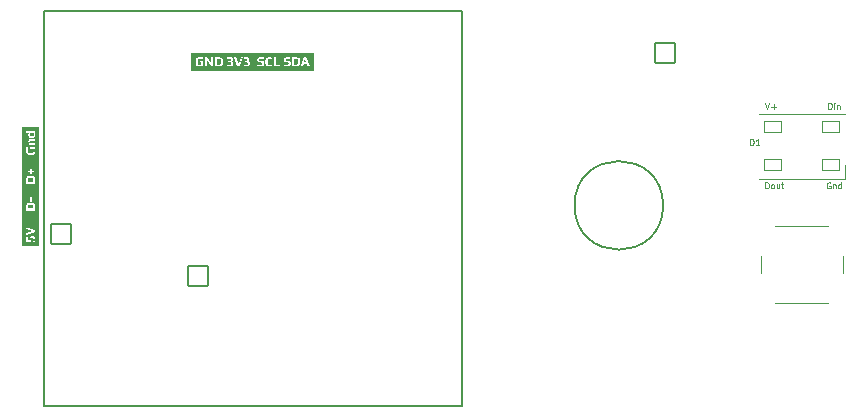
<source format=gbr>
%TF.GenerationSoftware,KiCad,Pcbnew,(7.0.0)*%
%TF.CreationDate,2023-06-29T16:26:30+02:00*%
%TF.ProjectId,V0_Display,56305f44-6973-4706-9c61-792e6b696361,rev?*%
%TF.SameCoordinates,Original*%
%TF.FileFunction,Legend,Top*%
%TF.FilePolarity,Positive*%
%FSLAX46Y46*%
G04 Gerber Fmt 4.6, Leading zero omitted, Abs format (unit mm)*
G04 Created by KiCad (PCBNEW (7.0.0)) date 2023-06-29 16:26:30*
%MOMM*%
%LPD*%
G01*
G04 APERTURE LIST*
G04 Aperture macros list*
%AMRoundRect*
0 Rectangle with rounded corners*
0 $1 Rounding radius*
0 $2 $3 $4 $5 $6 $7 $8 $9 X,Y pos of 4 corners*
0 Add a 4 corners polygon primitive as box body*
4,1,4,$2,$3,$4,$5,$6,$7,$8,$9,$2,$3,0*
0 Add four circle primitives for the rounded corners*
1,1,$1+$1,$2,$3*
1,1,$1+$1,$4,$5*
1,1,$1+$1,$6,$7*
1,1,$1+$1,$8,$9*
0 Add four rect primitives between the rounded corners*
20,1,$1+$1,$2,$3,$4,$5,0*
20,1,$1+$1,$4,$5,$6,$7,0*
20,1,$1+$1,$6,$7,$8,$9,0*
20,1,$1+$1,$8,$9,$2,$3,0*%
G04 Aperture macros list end*
%ADD10C,0.075000*%
%ADD11C,0.160000*%
%ADD12C,0.187500*%
%ADD13C,0.050000*%
%ADD14C,0.120000*%
%ADD15C,0.150000*%
%ADD16C,3.300000*%
%ADD17RoundRect,0.050000X-0.750000X-0.500000X0.750000X-0.500000X0.750000X0.500000X-0.750000X0.500000X0*%
%ADD18C,2.100000*%
%ADD19O,2.600000X4.100000*%
%ADD20C,1.624000*%
%ADD21RoundRect,0.050000X0.850000X-0.850000X0.850000X0.850000X-0.850000X0.850000X-0.850000X-0.850000X0*%
%ADD22O,1.800000X1.800000*%
%ADD23RoundRect,0.050000X-0.850000X0.850000X-0.850000X-0.850000X0.850000X-0.850000X0.850000X0.850000X0*%
%ADD24RoundRect,0.050000X0.850000X0.850000X-0.850000X0.850000X-0.850000X-0.850000X0.850000X-0.850000X0*%
%ADD25C,0.620000*%
%ADD26O,2.070000X1.020000*%
%ADD27O,1.970000X0.970000*%
G04 APERTURE END LIST*
D10*
X156829810Y-58477690D02*
X156996476Y-58977690D01*
X156996476Y-58977690D02*
X157163143Y-58477690D01*
X157329809Y-58787214D02*
X157710762Y-58787214D01*
X157520285Y-58977690D02*
X157520285Y-58596738D01*
X162318571Y-65232500D02*
X162270952Y-65208690D01*
X162270952Y-65208690D02*
X162199523Y-65208690D01*
X162199523Y-65208690D02*
X162128095Y-65232500D01*
X162128095Y-65232500D02*
X162080476Y-65280119D01*
X162080476Y-65280119D02*
X162056666Y-65327738D01*
X162056666Y-65327738D02*
X162032857Y-65422976D01*
X162032857Y-65422976D02*
X162032857Y-65494404D01*
X162032857Y-65494404D02*
X162056666Y-65589642D01*
X162056666Y-65589642D02*
X162080476Y-65637261D01*
X162080476Y-65637261D02*
X162128095Y-65684880D01*
X162128095Y-65684880D02*
X162199523Y-65708690D01*
X162199523Y-65708690D02*
X162247142Y-65708690D01*
X162247142Y-65708690D02*
X162318571Y-65684880D01*
X162318571Y-65684880D02*
X162342380Y-65661071D01*
X162342380Y-65661071D02*
X162342380Y-65494404D01*
X162342380Y-65494404D02*
X162247142Y-65494404D01*
X162556666Y-65375357D02*
X162556666Y-65708690D01*
X162556666Y-65422976D02*
X162580476Y-65399166D01*
X162580476Y-65399166D02*
X162628095Y-65375357D01*
X162628095Y-65375357D02*
X162699523Y-65375357D01*
X162699523Y-65375357D02*
X162747142Y-65399166D01*
X162747142Y-65399166D02*
X162770952Y-65446785D01*
X162770952Y-65446785D02*
X162770952Y-65708690D01*
X163223333Y-65708690D02*
X163223333Y-65208690D01*
X163223333Y-65684880D02*
X163175714Y-65708690D01*
X163175714Y-65708690D02*
X163080476Y-65708690D01*
X163080476Y-65708690D02*
X163032857Y-65684880D01*
X163032857Y-65684880D02*
X163009047Y-65661071D01*
X163009047Y-65661071D02*
X162985238Y-65613452D01*
X162985238Y-65613452D02*
X162985238Y-65470595D01*
X162985238Y-65470595D02*
X163009047Y-65422976D01*
X163009047Y-65422976D02*
X163032857Y-65399166D01*
X163032857Y-65399166D02*
X163080476Y-65375357D01*
X163080476Y-65375357D02*
X163175714Y-65375357D01*
X163175714Y-65375357D02*
X163223333Y-65399166D01*
D11*
G36*
X94778100Y-67106689D02*
G01*
X94786790Y-67107331D01*
X94794852Y-67108485D01*
X94804044Y-67110648D01*
X94812254Y-67113614D01*
X94819481Y-67117380D01*
X94826856Y-67122958D01*
X94832132Y-67128518D01*
X94836844Y-67135060D01*
X94840993Y-67142585D01*
X94844579Y-67151092D01*
X94847043Y-67158606D01*
X94849147Y-67166748D01*
X94850890Y-67175519D01*
X94851623Y-67180200D01*
X94852948Y-67190391D01*
X94853818Y-67198760D01*
X94854581Y-67207750D01*
X94855238Y-67217362D01*
X94855788Y-67227596D01*
X94856231Y-67238451D01*
X94856569Y-67249928D01*
X94856734Y-67257925D01*
X94856853Y-67266198D01*
X94856924Y-67274747D01*
X94856947Y-67283572D01*
X94856947Y-67411360D01*
X94381748Y-67411360D01*
X94381748Y-67277906D01*
X94381769Y-67272360D01*
X94381930Y-67261554D01*
X94382254Y-67251128D01*
X94382739Y-67241082D01*
X94383387Y-67231416D01*
X94384196Y-67222130D01*
X94385167Y-67213225D01*
X94386299Y-67204699D01*
X94387594Y-67196553D01*
X94389839Y-67185048D01*
X94392448Y-67174398D01*
X94395421Y-67164602D01*
X94398759Y-67155663D01*
X94402460Y-67147578D01*
X94406577Y-67140245D01*
X94411232Y-67133633D01*
X94416427Y-67127743D01*
X94424193Y-67121011D01*
X94432917Y-67115561D01*
X94440089Y-67112315D01*
X94447800Y-67109791D01*
X94456051Y-67107988D01*
X94464841Y-67106906D01*
X94474170Y-67106545D01*
X94771169Y-67106545D01*
X94778100Y-67106689D01*
G37*
G36*
X94778100Y-64848713D02*
G01*
X94786790Y-64849354D01*
X94794852Y-64850508D01*
X94804044Y-64852672D01*
X94812254Y-64855637D01*
X94819481Y-64859404D01*
X94826856Y-64864982D01*
X94832132Y-64870541D01*
X94836844Y-64877084D01*
X94840993Y-64884608D01*
X94844579Y-64893116D01*
X94847043Y-64900629D01*
X94849147Y-64908772D01*
X94850890Y-64917543D01*
X94851623Y-64922224D01*
X94852948Y-64932415D01*
X94853818Y-64940784D01*
X94854581Y-64949774D01*
X94855238Y-64959386D01*
X94855788Y-64969620D01*
X94856231Y-64980475D01*
X94856569Y-64991952D01*
X94856734Y-64999948D01*
X94856853Y-65008221D01*
X94856924Y-65016771D01*
X94856947Y-65025596D01*
X94856947Y-65153384D01*
X94381748Y-65153384D01*
X94381748Y-65019930D01*
X94381769Y-65014384D01*
X94381930Y-65003578D01*
X94382254Y-64993152D01*
X94382739Y-64983106D01*
X94383387Y-64973440D01*
X94384196Y-64964154D01*
X94385167Y-64955248D01*
X94386299Y-64946723D01*
X94387594Y-64938577D01*
X94389839Y-64927072D01*
X94392448Y-64916421D01*
X94395421Y-64906626D01*
X94398759Y-64897686D01*
X94402460Y-64889602D01*
X94406577Y-64882269D01*
X94411232Y-64875657D01*
X94416427Y-64869767D01*
X94424193Y-64863035D01*
X94432917Y-64857585D01*
X94440089Y-64854339D01*
X94447800Y-64851815D01*
X94456051Y-64850011D01*
X94464841Y-64848930D01*
X94474170Y-64848569D01*
X94771169Y-64848569D01*
X94778100Y-64848713D01*
G37*
G36*
X94827909Y-61032598D02*
G01*
X94836565Y-61033080D01*
X94844487Y-61034002D01*
X94853023Y-61035687D01*
X94860501Y-61038005D01*
X94867889Y-61041507D01*
X94874023Y-61046167D01*
X94879259Y-61052454D01*
X94883597Y-61060368D01*
X94886601Y-61068447D01*
X94888601Y-61076092D01*
X94890177Y-61084862D01*
X94891246Y-61092903D01*
X94892143Y-61101853D01*
X94892870Y-61111712D01*
X94893303Y-61119704D01*
X94893639Y-61128208D01*
X94893880Y-61137223D01*
X94894024Y-61146750D01*
X94894072Y-61156789D01*
X94894066Y-61159563D01*
X94893968Y-61167609D01*
X94893657Y-61177697D01*
X94893138Y-61187051D01*
X94892411Y-61195673D01*
X94891211Y-61205420D01*
X94889686Y-61214022D01*
X94887429Y-61222833D01*
X94886537Y-61225441D01*
X94882840Y-61233715D01*
X94878245Y-61240662D01*
X94871895Y-61246976D01*
X94864372Y-61251556D01*
X94860080Y-61253250D01*
X94851422Y-61255672D01*
X94842839Y-61257197D01*
X94834869Y-61258079D01*
X94826155Y-61258609D01*
X94816696Y-61258785D01*
X94609578Y-61258785D01*
X94603230Y-61258722D01*
X94593421Y-61258333D01*
X94584576Y-61257592D01*
X94575234Y-61256237D01*
X94567279Y-61254373D01*
X94559752Y-61251556D01*
X94556086Y-61249467D01*
X94549613Y-61243899D01*
X94544892Y-61237503D01*
X94541049Y-61229687D01*
X94538454Y-61221856D01*
X94537337Y-61217387D01*
X94535719Y-61208801D01*
X94534644Y-61200909D01*
X94533765Y-61192107D01*
X94533081Y-61182395D01*
X94532696Y-61174514D01*
X94532422Y-61166122D01*
X94532257Y-61157217D01*
X94532202Y-61147801D01*
X94532209Y-61144821D01*
X94532309Y-61136160D01*
X94532529Y-61127922D01*
X94532870Y-61120106D01*
X94533511Y-61110343D01*
X94534366Y-61101330D01*
X94535434Y-61093069D01*
X94537071Y-61083798D01*
X94539041Y-61075701D01*
X94541327Y-61068492D01*
X94544624Y-61060798D01*
X94549235Y-61053142D01*
X94554668Y-61046907D01*
X94560925Y-61042093D01*
X94563859Y-61040382D01*
X94571588Y-61037044D01*
X94579194Y-61034912D01*
X94587708Y-61033454D01*
X94595495Y-61032752D01*
X94603912Y-61032519D01*
X94822362Y-61032519D01*
X94827909Y-61032598D01*
G37*
G36*
X95348791Y-70628760D02*
G01*
X93852389Y-70628760D01*
X93852389Y-70257669D01*
X94256696Y-70257669D01*
X94656863Y-70257669D01*
X94656863Y-70033747D01*
X94656912Y-70028108D01*
X94657164Y-70020027D01*
X94657837Y-70009958D01*
X94658895Y-70000695D01*
X94660338Y-69992239D01*
X94662165Y-69984588D01*
X94664990Y-69976157D01*
X94669173Y-69967704D01*
X94672507Y-69962987D01*
X94678470Y-69957091D01*
X94685586Y-69952609D01*
X94693857Y-69949543D01*
X94701631Y-69948069D01*
X94710206Y-69947578D01*
X94813960Y-69947578D01*
X94817491Y-69947687D01*
X94825797Y-69948915D01*
X94833359Y-69951507D01*
X94840177Y-69955464D01*
X94846251Y-69960785D01*
X94851580Y-69967470D01*
X94856166Y-69975519D01*
X94858540Y-69981054D01*
X94861343Y-69989352D01*
X94863730Y-69998700D01*
X94865248Y-70006401D01*
X94866533Y-70014692D01*
X94867584Y-70023574D01*
X94868401Y-70033047D01*
X94868985Y-70043111D01*
X94869336Y-70053765D01*
X94869452Y-70065010D01*
X94869429Y-70069497D01*
X94869238Y-70078870D01*
X94868856Y-70088774D01*
X94868284Y-70099209D01*
X94867520Y-70110176D01*
X94866566Y-70121674D01*
X94865421Y-70133703D01*
X94864086Y-70146263D01*
X94862559Y-70159354D01*
X94860842Y-70172977D01*
X94858934Y-70187131D01*
X94856835Y-70201816D01*
X94854545Y-70217032D01*
X94853329Y-70224839D01*
X94852064Y-70232780D01*
X94850753Y-70240853D01*
X94849393Y-70249058D01*
X94847986Y-70257397D01*
X94846531Y-70265868D01*
X94845028Y-70274473D01*
X94982976Y-70274473D01*
X94983686Y-70264888D01*
X94984372Y-70255455D01*
X94985037Y-70246173D01*
X94985678Y-70237042D01*
X94986298Y-70228063D01*
X94986894Y-70219234D01*
X94987468Y-70210557D01*
X94988020Y-70202030D01*
X94988549Y-70193655D01*
X94989056Y-70185431D01*
X94989540Y-70177358D01*
X94990002Y-70169436D01*
X94990857Y-70154046D01*
X94991623Y-70139260D01*
X94992298Y-70125078D01*
X94992884Y-70111502D01*
X94993379Y-70098529D01*
X94993784Y-70086161D01*
X94994099Y-70074398D01*
X94994325Y-70063239D01*
X94994460Y-70052685D01*
X94994505Y-70042735D01*
X94994505Y-70034733D01*
X94994505Y-70026456D01*
X94994505Y-70017905D01*
X94994505Y-70009078D01*
X94994505Y-69999977D01*
X94994505Y-69990601D01*
X94994505Y-69980951D01*
X94994505Y-69971025D01*
X94993571Y-69962288D01*
X94992429Y-69953464D01*
X94991079Y-69944556D01*
X94989522Y-69935561D01*
X94987758Y-69926482D01*
X94985785Y-69917316D01*
X94983605Y-69908066D01*
X94981218Y-69898729D01*
X94979922Y-69894100D01*
X94977174Y-69885197D01*
X94974219Y-69876770D01*
X94971056Y-69868820D01*
X94967685Y-69861347D01*
X94964107Y-69854349D01*
X94959343Y-69846272D01*
X94954254Y-69838939D01*
X94949506Y-69832631D01*
X94944252Y-69826605D01*
X94938491Y-69820859D01*
X94932223Y-69815394D01*
X94925448Y-69810210D01*
X94918167Y-69805307D01*
X94910378Y-69800684D01*
X94902083Y-69796343D01*
X94895588Y-69793340D01*
X94886665Y-69789795D01*
X94877444Y-69786776D01*
X94867923Y-69784281D01*
X94858103Y-69782312D01*
X94847983Y-69780868D01*
X94840197Y-69780130D01*
X94832243Y-69779687D01*
X94824121Y-69779539D01*
X94671909Y-69779539D01*
X94661959Y-69779853D01*
X94652333Y-69780797D01*
X94643030Y-69782369D01*
X94634051Y-69784570D01*
X94625396Y-69787400D01*
X94617064Y-69790860D01*
X94609056Y-69794948D01*
X94601371Y-69799665D01*
X94594044Y-69804907D01*
X94587205Y-69810570D01*
X94580855Y-69816655D01*
X94574993Y-69823161D01*
X94569620Y-69830088D01*
X94564735Y-69837437D01*
X94560339Y-69845207D01*
X94556431Y-69853398D01*
X94553449Y-69861105D01*
X94550661Y-69868840D01*
X94548064Y-69876603D01*
X94545660Y-69884392D01*
X94543448Y-69892210D01*
X94541428Y-69900054D01*
X94539601Y-69907927D01*
X94537966Y-69915826D01*
X94536523Y-69923754D01*
X94535273Y-69931708D01*
X94534215Y-69939690D01*
X94533350Y-69947700D01*
X94532677Y-69955737D01*
X94532196Y-69963802D01*
X94531907Y-69971894D01*
X94531811Y-69980013D01*
X94531811Y-70094124D01*
X94381748Y-70094124D01*
X94381748Y-69798492D01*
X94256696Y-69798492D01*
X94256696Y-70257669D01*
X93852389Y-70257669D01*
X93852389Y-68949699D01*
X94256696Y-68949699D01*
X94256696Y-69122233D01*
X94837017Y-69317041D01*
X94837017Y-69321535D01*
X94256696Y-69516343D01*
X94256696Y-69693370D01*
X94982000Y-69432323D01*
X94982000Y-69218562D01*
X94256696Y-68949699D01*
X93852389Y-68949699D01*
X93852389Y-67586043D01*
X94256696Y-67586043D01*
X94982000Y-67586043D01*
X94982000Y-67275757D01*
X94981982Y-67267618D01*
X94981928Y-67259592D01*
X94981713Y-67243874D01*
X94981354Y-67228603D01*
X94980852Y-67213780D01*
X94980206Y-67199404D01*
X94979417Y-67185475D01*
X94978484Y-67171994D01*
X94977408Y-67158960D01*
X94976188Y-67146373D01*
X94974825Y-67134233D01*
X94973318Y-67122541D01*
X94971668Y-67111296D01*
X94969874Y-67100498D01*
X94967937Y-67090147D01*
X94965857Y-67080244D01*
X94963632Y-67070788D01*
X94961208Y-67061717D01*
X94958577Y-67052971D01*
X94955737Y-67044547D01*
X94952690Y-67036448D01*
X94949436Y-67028671D01*
X94945974Y-67021219D01*
X94942304Y-67014090D01*
X94936410Y-67004004D01*
X94930049Y-66994645D01*
X94923221Y-66986015D01*
X94915926Y-66978113D01*
X94908163Y-66970939D01*
X94899934Y-66964494D01*
X94891106Y-66958662D01*
X94881623Y-66953404D01*
X94871483Y-66948720D01*
X94860687Y-66944609D01*
X94853126Y-66942187D01*
X94845272Y-66940020D01*
X94837128Y-66938108D01*
X94828691Y-66936451D01*
X94819963Y-66935049D01*
X94810944Y-66933902D01*
X94801633Y-66933010D01*
X94792030Y-66932373D01*
X94782136Y-66931990D01*
X94771951Y-66931863D01*
X94476905Y-66931863D01*
X94471629Y-66931897D01*
X94461293Y-66932168D01*
X94451245Y-66932712D01*
X94441486Y-66933527D01*
X94432016Y-66934614D01*
X94422834Y-66935972D01*
X94413940Y-66937603D01*
X94405335Y-66939505D01*
X94397019Y-66941679D01*
X94388991Y-66944124D01*
X94381252Y-66946841D01*
X94373801Y-66949830D01*
X94363165Y-66954823D01*
X94353179Y-66960427D01*
X94343842Y-66966643D01*
X94337945Y-66971143D01*
X94329517Y-66978466D01*
X94321591Y-66986475D01*
X94314167Y-66995172D01*
X94307244Y-67004556D01*
X94302907Y-67011193D01*
X94298793Y-67018135D01*
X94294902Y-67025383D01*
X94291233Y-67032937D01*
X94287788Y-67040795D01*
X94284566Y-67048959D01*
X94281566Y-67057428D01*
X94278789Y-67066202D01*
X94276235Y-67075282D01*
X94273869Y-67084725D01*
X94271656Y-67094590D01*
X94269595Y-67104875D01*
X94267687Y-67115582D01*
X94265931Y-67126711D01*
X94264329Y-67138260D01*
X94262878Y-67150231D01*
X94261581Y-67162623D01*
X94260436Y-67175437D01*
X94259444Y-67188672D01*
X94258604Y-67202328D01*
X94257917Y-67216406D01*
X94257383Y-67230905D01*
X94257001Y-67245825D01*
X94256772Y-67261166D01*
X94256715Y-67268995D01*
X94256696Y-67276929D01*
X94256696Y-67411360D01*
X94256696Y-67586043D01*
X93852389Y-67586043D01*
X93852389Y-66479720D01*
X94594337Y-66479720D01*
X94594337Y-66824787D01*
X94719390Y-66824787D01*
X94719390Y-66479720D01*
X94594337Y-66479720D01*
X93852389Y-66479720D01*
X93852389Y-65328066D01*
X94256696Y-65328066D01*
X94982000Y-65328066D01*
X94982000Y-65017780D01*
X94981982Y-65009642D01*
X94981928Y-65001615D01*
X94981713Y-64985898D01*
X94981354Y-64970627D01*
X94980852Y-64955804D01*
X94980206Y-64941428D01*
X94979417Y-64927499D01*
X94978484Y-64914018D01*
X94977408Y-64900983D01*
X94976188Y-64888397D01*
X94974825Y-64876257D01*
X94973318Y-64864565D01*
X94971668Y-64853319D01*
X94969874Y-64842522D01*
X94967937Y-64832171D01*
X94965857Y-64822268D01*
X94963632Y-64812812D01*
X94961208Y-64803741D01*
X94958577Y-64794994D01*
X94955737Y-64786571D01*
X94952690Y-64778471D01*
X94949436Y-64770695D01*
X94945974Y-64763243D01*
X94942304Y-64756114D01*
X94936410Y-64746027D01*
X94930049Y-64736669D01*
X94923221Y-64728039D01*
X94915926Y-64720137D01*
X94908163Y-64712963D01*
X94899934Y-64706517D01*
X94891106Y-64700686D01*
X94881623Y-64695428D01*
X94871483Y-64690744D01*
X94860687Y-64686633D01*
X94853126Y-64684211D01*
X94845272Y-64682044D01*
X94837128Y-64680132D01*
X94828691Y-64678475D01*
X94819963Y-64677073D01*
X94810944Y-64675926D01*
X94801633Y-64675034D01*
X94792030Y-64674396D01*
X94782136Y-64674014D01*
X94771951Y-64673886D01*
X94476905Y-64673886D01*
X94471629Y-64673920D01*
X94461293Y-64674192D01*
X94451245Y-64674736D01*
X94441486Y-64675551D01*
X94432016Y-64676638D01*
X94422834Y-64677996D01*
X94413940Y-64679627D01*
X94405335Y-64681529D01*
X94397019Y-64683702D01*
X94388991Y-64686148D01*
X94381252Y-64688865D01*
X94373801Y-64691854D01*
X94363165Y-64696847D01*
X94353179Y-64702451D01*
X94343842Y-64708667D01*
X94337945Y-64713167D01*
X94329517Y-64720490D01*
X94321591Y-64728499D01*
X94314167Y-64737196D01*
X94307244Y-64746579D01*
X94302907Y-64753217D01*
X94298793Y-64760159D01*
X94294902Y-64767407D01*
X94291233Y-64774960D01*
X94287788Y-64782819D01*
X94284566Y-64790983D01*
X94281566Y-64799452D01*
X94278789Y-64808226D01*
X94276235Y-64817306D01*
X94273869Y-64826749D01*
X94271656Y-64836613D01*
X94269595Y-64846899D01*
X94267687Y-64857606D01*
X94265931Y-64868734D01*
X94264329Y-64880284D01*
X94262878Y-64892255D01*
X94261581Y-64904647D01*
X94260436Y-64917461D01*
X94259444Y-64930696D01*
X94258604Y-64944352D01*
X94257917Y-64958429D01*
X94257383Y-64972928D01*
X94257001Y-64987848D01*
X94256772Y-65003190D01*
X94256715Y-65011019D01*
X94256696Y-65018953D01*
X94256696Y-65153384D01*
X94256696Y-65328066D01*
X93852389Y-65328066D01*
X93852389Y-64343866D01*
X94381748Y-64343866D01*
X94581832Y-64343866D01*
X94581832Y-64533203D01*
X94694379Y-64533203D01*
X94694379Y-64343866D01*
X94894463Y-64343866D01*
X94894463Y-64230732D01*
X94694379Y-64230732D01*
X94694379Y-64040418D01*
X94581832Y-64040418D01*
X94581832Y-64230732D01*
X94381748Y-64230732D01*
X94381748Y-64343866D01*
X93852389Y-64343866D01*
X93852389Y-62506769D01*
X94244191Y-62506769D01*
X94244195Y-62510318D01*
X94244261Y-62520773D01*
X94244406Y-62530935D01*
X94244630Y-62540806D01*
X94244932Y-62550385D01*
X94245314Y-62559672D01*
X94245775Y-62568666D01*
X94246315Y-62577369D01*
X94246934Y-62585780D01*
X94247631Y-62593899D01*
X94248685Y-62604270D01*
X94249437Y-62610286D01*
X94250727Y-62619334D01*
X94252214Y-62628414D01*
X94253896Y-62637524D01*
X94255775Y-62646665D01*
X94257849Y-62655838D01*
X94260118Y-62665041D01*
X94262584Y-62674275D01*
X94265245Y-62683540D01*
X94268102Y-62692836D01*
X94271155Y-62702163D01*
X94273282Y-62708337D01*
X94276569Y-62717395D01*
X94279972Y-62726209D01*
X94283493Y-62734779D01*
X94287130Y-62743105D01*
X94290884Y-62751187D01*
X94294755Y-62759026D01*
X94298743Y-62766620D01*
X94302847Y-62773971D01*
X94307068Y-62781078D01*
X94311406Y-62787941D01*
X94314703Y-62792643D01*
X94319920Y-62799466D01*
X94325463Y-62806015D01*
X94331332Y-62812289D01*
X94337527Y-62818288D01*
X94344049Y-62824012D01*
X94350897Y-62829462D01*
X94358072Y-62834637D01*
X94365573Y-62839537D01*
X94373400Y-62844163D01*
X94381553Y-62848513D01*
X94387138Y-62851210D01*
X94395671Y-62854930D01*
X94404390Y-62858258D01*
X94413293Y-62861195D01*
X94422383Y-62863740D01*
X94431657Y-62865894D01*
X94441118Y-62867656D01*
X94450763Y-62869026D01*
X94460594Y-62870005D01*
X94470611Y-62870592D01*
X94480813Y-62870788D01*
X94783674Y-62870788D01*
X94789932Y-62870709D01*
X94799156Y-62870297D01*
X94808184Y-62869530D01*
X94817016Y-62868410D01*
X94825653Y-62866936D01*
X94834093Y-62865108D01*
X94842338Y-62862926D01*
X94850388Y-62860391D01*
X94858241Y-62857502D01*
X94865898Y-62854259D01*
X94873360Y-62850662D01*
X94875667Y-62849393D01*
X94882422Y-62845439D01*
X94891043Y-62839830D01*
X94899226Y-62833837D01*
X94906968Y-62827459D01*
X94914271Y-62820697D01*
X94921134Y-62813550D01*
X94927558Y-62806018D01*
X94933542Y-62798101D01*
X94934961Y-62796045D01*
X94940457Y-62787470D01*
X94944386Y-62780675D01*
X94948150Y-62773567D01*
X94951750Y-62766146D01*
X94955185Y-62758413D01*
X94958454Y-62750367D01*
X94961559Y-62742009D01*
X94964500Y-62733338D01*
X94967275Y-62724355D01*
X94969885Y-62715059D01*
X94971539Y-62709192D01*
X94973903Y-62700376D01*
X94976125Y-62691538D01*
X94978207Y-62682680D01*
X94980149Y-62673802D01*
X94981949Y-62664902D01*
X94983608Y-62655983D01*
X94985127Y-62647042D01*
X94986505Y-62638081D01*
X94987742Y-62629099D01*
X94988838Y-62620097D01*
X94989524Y-62614008D01*
X94990471Y-62604662D01*
X94991317Y-62595062D01*
X94992064Y-62585208D01*
X94992712Y-62575100D01*
X94993260Y-62564738D01*
X94993708Y-62554121D01*
X94994057Y-62543250D01*
X94994306Y-62532126D01*
X94994455Y-62520746D01*
X94994505Y-62509113D01*
X94994453Y-62499949D01*
X94994297Y-62490676D01*
X94994038Y-62481295D01*
X94993674Y-62471805D01*
X94993207Y-62462207D01*
X94992636Y-62452501D01*
X94991962Y-62442686D01*
X94991183Y-62432763D01*
X94990301Y-62422731D01*
X94989315Y-62412592D01*
X94988225Y-62402343D01*
X94987031Y-62391987D01*
X94985733Y-62381522D01*
X94984332Y-62370948D01*
X94982827Y-62360266D01*
X94981218Y-62349476D01*
X94980369Y-62344084D01*
X94978633Y-62333479D01*
X94976847Y-62323114D01*
X94975011Y-62312989D01*
X94973124Y-62303103D01*
X94971187Y-62293457D01*
X94969199Y-62284051D01*
X94967162Y-62274884D01*
X94965073Y-62265957D01*
X94962935Y-62257269D01*
X94960746Y-62248822D01*
X94958506Y-62240613D01*
X94956216Y-62232645D01*
X94953876Y-62224916D01*
X94951486Y-62217427D01*
X94947806Y-62206643D01*
X94569327Y-62206643D01*
X94569327Y-62492309D01*
X94681874Y-62492309D01*
X94681874Y-62373510D01*
X94852648Y-62373510D01*
X94853682Y-62377422D01*
X94855652Y-62385201D01*
X94857489Y-62392919D01*
X94860000Y-62404382D01*
X94862216Y-62415707D01*
X94864136Y-62426895D01*
X94865760Y-62437945D01*
X94867089Y-62448859D01*
X94868123Y-62459634D01*
X94868862Y-62470273D01*
X94869305Y-62480773D01*
X94869452Y-62491137D01*
X94869365Y-62503806D01*
X94869104Y-62516068D01*
X94868669Y-62527925D01*
X94868060Y-62539375D01*
X94867277Y-62550419D01*
X94866320Y-62561058D01*
X94865189Y-62571290D01*
X94863884Y-62581116D01*
X94862404Y-62590536D01*
X94860751Y-62599550D01*
X94858924Y-62608158D01*
X94856923Y-62616360D01*
X94854747Y-62624156D01*
X94851158Y-62635089D01*
X94847177Y-62645108D01*
X94844247Y-62651283D01*
X94839392Y-62659799D01*
X94833988Y-62667419D01*
X94828035Y-62674143D01*
X94821532Y-62679970D01*
X94814479Y-62684900D01*
X94806877Y-62688934D01*
X94798726Y-62692072D01*
X94790025Y-62694313D01*
X94780774Y-62695657D01*
X94770974Y-62696106D01*
X94478859Y-62696106D01*
X94465585Y-62695366D01*
X94453168Y-62693147D01*
X94441607Y-62689449D01*
X94430902Y-62684272D01*
X94421054Y-62677616D01*
X94412062Y-62669480D01*
X94403926Y-62659865D01*
X94396647Y-62648771D01*
X94390224Y-62636198D01*
X94384658Y-62622146D01*
X94382196Y-62614565D01*
X94379948Y-62606614D01*
X94377914Y-62598294D01*
X94376094Y-62589603D01*
X94374488Y-62580543D01*
X94373097Y-62571114D01*
X94371919Y-62561314D01*
X94370956Y-62551144D01*
X94370206Y-62540605D01*
X94369671Y-62529696D01*
X94369350Y-62518417D01*
X94369243Y-62506769D01*
X94369274Y-62496448D01*
X94369367Y-62486196D01*
X94369521Y-62476015D01*
X94369738Y-62465904D01*
X94370016Y-62455862D01*
X94370356Y-62445890D01*
X94370758Y-62435988D01*
X94371221Y-62426156D01*
X94371747Y-62416394D01*
X94372334Y-62406701D01*
X94372983Y-62397079D01*
X94373694Y-62387526D01*
X94374467Y-62378043D01*
X94375302Y-62368630D01*
X94376198Y-62359287D01*
X94377157Y-62350013D01*
X94378177Y-62340810D01*
X94379259Y-62331676D01*
X94380402Y-62322612D01*
X94381608Y-62313618D01*
X94382875Y-62304694D01*
X94384204Y-62295840D01*
X94385595Y-62287055D01*
X94387048Y-62278340D01*
X94388563Y-62269696D01*
X94390140Y-62261121D01*
X94391778Y-62252615D01*
X94393478Y-62244180D01*
X94395240Y-62235814D01*
X94397064Y-62227519D01*
X94398949Y-62219293D01*
X94400897Y-62211137D01*
X94269006Y-62211137D01*
X94267479Y-62219967D01*
X94266001Y-62228824D01*
X94264571Y-62237707D01*
X94263190Y-62246616D01*
X94261857Y-62255552D01*
X94260573Y-62264514D01*
X94259337Y-62273502D01*
X94258149Y-62282517D01*
X94257010Y-62291558D01*
X94255920Y-62300625D01*
X94254878Y-62309719D01*
X94253884Y-62318839D01*
X94252939Y-62327985D01*
X94252042Y-62337158D01*
X94251194Y-62346357D01*
X94250394Y-62355582D01*
X94249643Y-62364834D01*
X94248940Y-62374112D01*
X94248286Y-62383416D01*
X94247680Y-62392747D01*
X94247123Y-62402104D01*
X94246614Y-62411487D01*
X94246154Y-62420897D01*
X94245742Y-62430333D01*
X94245378Y-62439795D01*
X94245063Y-62449284D01*
X94244797Y-62458799D01*
X94244578Y-62468340D01*
X94244409Y-62477908D01*
X94244288Y-62487502D01*
X94244215Y-62497122D01*
X94244191Y-62506769D01*
X93852389Y-62506769D01*
X93852389Y-61737501D01*
X94431769Y-61737501D01*
X94431845Y-61747029D01*
X94432071Y-61756292D01*
X94432449Y-61765291D01*
X94432978Y-61774025D01*
X94433658Y-61782494D01*
X94434489Y-61790700D01*
X94436605Y-61806317D01*
X94439325Y-61820876D01*
X94442650Y-61834377D01*
X94446579Y-61846821D01*
X94451113Y-61858206D01*
X94456252Y-61868534D01*
X94461994Y-61877803D01*
X94468342Y-61886015D01*
X94475293Y-61893169D01*
X94482850Y-61899266D01*
X94491010Y-61904304D01*
X94499776Y-61908284D01*
X94509145Y-61911207D01*
X94444274Y-61911207D01*
X94444274Y-62072407D01*
X94982000Y-62072407D01*
X94982000Y-61908862D01*
X94607819Y-61908862D01*
X94601922Y-61908793D01*
X94592750Y-61908374D01*
X94584398Y-61907572D01*
X94575458Y-61906107D01*
X94567701Y-61904092D01*
X94560143Y-61901046D01*
X94556385Y-61898866D01*
X94549766Y-61893151D01*
X94544956Y-61886668D01*
X94541063Y-61878800D01*
X94538454Y-61870956D01*
X94538070Y-61869526D01*
X94536330Y-61861622D01*
X94534895Y-61852459D01*
X94533967Y-61844222D01*
X94533234Y-61835179D01*
X94532696Y-61825330D01*
X94532422Y-61817414D01*
X94532257Y-61809045D01*
X94532202Y-61800223D01*
X94532228Y-61795537D01*
X94532435Y-61786628D01*
X94532851Y-61778336D01*
X94533662Y-61768839D01*
X94534797Y-61760304D01*
X94536588Y-61751335D01*
X94538845Y-61743754D01*
X94539269Y-61742606D01*
X94542729Y-61735254D01*
X94547736Y-61728318D01*
X94553866Y-61722944D01*
X94561120Y-61719134D01*
X94565269Y-61717669D01*
X94573691Y-61715574D01*
X94582085Y-61714255D01*
X94589910Y-61713492D01*
X94598488Y-61713034D01*
X94607819Y-61712882D01*
X94982000Y-61712882D01*
X94982000Y-61549337D01*
X94586521Y-61549337D01*
X94576675Y-61549501D01*
X94567162Y-61549993D01*
X94557984Y-61550813D01*
X94549140Y-61551962D01*
X94540631Y-61553439D01*
X94532455Y-61555244D01*
X94524614Y-61557377D01*
X94513480Y-61561193D01*
X94503097Y-61565747D01*
X94493467Y-61571039D01*
X94484589Y-61577070D01*
X94476463Y-61583839D01*
X94469090Y-61591346D01*
X94462420Y-61599769D01*
X94456406Y-61609284D01*
X94452762Y-61616235D01*
X94449409Y-61623670D01*
X94446347Y-61631591D01*
X94443578Y-61639998D01*
X94441099Y-61648890D01*
X94438913Y-61658267D01*
X94437017Y-61668130D01*
X94435414Y-61678478D01*
X94434102Y-61689312D01*
X94433081Y-61700631D01*
X94432352Y-61712436D01*
X94431915Y-61724726D01*
X94431769Y-61737501D01*
X93852389Y-61737501D01*
X93852389Y-60868974D01*
X94206675Y-60868974D01*
X94206675Y-61032519D01*
X94503284Y-61032519D01*
X94496225Y-61037535D01*
X94489606Y-61042520D01*
X94483427Y-61047476D01*
X94476321Y-61053626D01*
X94469902Y-61059730D01*
X94464170Y-61065785D01*
X94459124Y-61071793D01*
X94458193Y-61072989D01*
X94452972Y-61080655D01*
X94449104Y-61087684D01*
X94445675Y-61095295D01*
X94442685Y-61103487D01*
X94440134Y-61112262D01*
X94438022Y-61121618D01*
X94437265Y-61125543D01*
X94435897Y-61133933D01*
X94434725Y-61143043D01*
X94434252Y-61147801D01*
X94433748Y-61152874D01*
X94433143Y-61160720D01*
X94432648Y-61168971D01*
X94432264Y-61177628D01*
X94431989Y-61186689D01*
X94431824Y-61196156D01*
X94431769Y-61206029D01*
X94431913Y-61220070D01*
X94432346Y-61233616D01*
X94433068Y-61246668D01*
X94434077Y-61259225D01*
X94435376Y-61271287D01*
X94436962Y-61282855D01*
X94438838Y-61293929D01*
X94441002Y-61304508D01*
X94443454Y-61314592D01*
X94446195Y-61324181D01*
X94449224Y-61333276D01*
X94452542Y-61341877D01*
X94456148Y-61349982D01*
X94460043Y-61357594D01*
X94464227Y-61364710D01*
X94468699Y-61371332D01*
X94473496Y-61377484D01*
X94481461Y-61385968D01*
X94490351Y-61393558D01*
X94496790Y-61398123D01*
X94503641Y-61402290D01*
X94510902Y-61406061D01*
X94518573Y-61409434D01*
X94526655Y-61412411D01*
X94535148Y-61414991D01*
X94544051Y-61417174D01*
X94553366Y-61418960D01*
X94563090Y-61420349D01*
X94573226Y-61421341D01*
X94583771Y-61421936D01*
X94594728Y-61422135D01*
X94805754Y-61422135D01*
X94815915Y-61422065D01*
X94825736Y-61421857D01*
X94835216Y-61421510D01*
X94844356Y-61421024D01*
X94853156Y-61420398D01*
X94861615Y-61419634D01*
X94869734Y-61418732D01*
X94881274Y-61417117D01*
X94892048Y-61415189D01*
X94902056Y-61412949D01*
X94911298Y-61410397D01*
X94919774Y-61407532D01*
X94927484Y-61404354D01*
X94932272Y-61401998D01*
X94939086Y-61398054D01*
X94947488Y-61392032D01*
X94955108Y-61385137D01*
X94961947Y-61377368D01*
X94966563Y-61370969D01*
X94970740Y-61364079D01*
X94974477Y-61356697D01*
X94977774Y-61348824D01*
X94980632Y-61340460D01*
X94981485Y-61337541D01*
X94983883Y-61328193D01*
X94986037Y-61317959D01*
X94987948Y-61306839D01*
X94989086Y-61298933D01*
X94990115Y-61290633D01*
X94991036Y-61281939D01*
X94991849Y-61272852D01*
X94992554Y-61263371D01*
X94993150Y-61253496D01*
X94993638Y-61243227D01*
X94994017Y-61232564D01*
X94994288Y-61221508D01*
X94994451Y-61210057D01*
X94994505Y-61198213D01*
X94994474Y-61190902D01*
X94994314Y-61180361D01*
X94994016Y-61170333D01*
X94993581Y-61160816D01*
X94993009Y-61151811D01*
X94992299Y-61143317D01*
X94991452Y-61135336D01*
X94990108Y-61125490D01*
X94988521Y-61116553D01*
X94986689Y-61108527D01*
X94984933Y-61101450D01*
X94982473Y-61093171D01*
X94979717Y-61085521D01*
X94976019Y-61077172D01*
X94971895Y-61069731D01*
X94967345Y-61063196D01*
X94963868Y-61059080D01*
X94957518Y-61052678D01*
X94951188Y-61047133D01*
X94943913Y-61041397D01*
X94937413Y-61036671D01*
X94930309Y-61031823D01*
X94922600Y-61026852D01*
X94982000Y-61026852D01*
X94982000Y-60868974D01*
X94206675Y-60868974D01*
X93852389Y-60868974D01*
X93852389Y-60514689D01*
X95348791Y-60514689D01*
X95348791Y-70628760D01*
G37*
D10*
X156833809Y-65708690D02*
X156833809Y-65208690D01*
X156833809Y-65208690D02*
X156952857Y-65208690D01*
X156952857Y-65208690D02*
X157024285Y-65232500D01*
X157024285Y-65232500D02*
X157071904Y-65280119D01*
X157071904Y-65280119D02*
X157095714Y-65327738D01*
X157095714Y-65327738D02*
X157119523Y-65422976D01*
X157119523Y-65422976D02*
X157119523Y-65494404D01*
X157119523Y-65494404D02*
X157095714Y-65589642D01*
X157095714Y-65589642D02*
X157071904Y-65637261D01*
X157071904Y-65637261D02*
X157024285Y-65684880D01*
X157024285Y-65684880D02*
X156952857Y-65708690D01*
X156952857Y-65708690D02*
X156833809Y-65708690D01*
X157405238Y-65708690D02*
X157357619Y-65684880D01*
X157357619Y-65684880D02*
X157333809Y-65661071D01*
X157333809Y-65661071D02*
X157310000Y-65613452D01*
X157310000Y-65613452D02*
X157310000Y-65470595D01*
X157310000Y-65470595D02*
X157333809Y-65422976D01*
X157333809Y-65422976D02*
X157357619Y-65399166D01*
X157357619Y-65399166D02*
X157405238Y-65375357D01*
X157405238Y-65375357D02*
X157476666Y-65375357D01*
X157476666Y-65375357D02*
X157524285Y-65399166D01*
X157524285Y-65399166D02*
X157548095Y-65422976D01*
X157548095Y-65422976D02*
X157571904Y-65470595D01*
X157571904Y-65470595D02*
X157571904Y-65613452D01*
X157571904Y-65613452D02*
X157548095Y-65661071D01*
X157548095Y-65661071D02*
X157524285Y-65684880D01*
X157524285Y-65684880D02*
X157476666Y-65708690D01*
X157476666Y-65708690D02*
X157405238Y-65708690D01*
X158000476Y-65375357D02*
X158000476Y-65708690D01*
X157786190Y-65375357D02*
X157786190Y-65637261D01*
X157786190Y-65637261D02*
X157810000Y-65684880D01*
X157810000Y-65684880D02*
X157857619Y-65708690D01*
X157857619Y-65708690D02*
X157929047Y-65708690D01*
X157929047Y-65708690D02*
X157976666Y-65684880D01*
X157976666Y-65684880D02*
X158000476Y-65661071D01*
X158167143Y-65375357D02*
X158357619Y-65375357D01*
X158238571Y-65208690D02*
X158238571Y-65637261D01*
X158238571Y-65637261D02*
X158262381Y-65684880D01*
X158262381Y-65684880D02*
X158310000Y-65708690D01*
X158310000Y-65708690D02*
X158357619Y-65708690D01*
X162163809Y-58977690D02*
X162163809Y-58477690D01*
X162163809Y-58477690D02*
X162282857Y-58477690D01*
X162282857Y-58477690D02*
X162354285Y-58501500D01*
X162354285Y-58501500D02*
X162401904Y-58549119D01*
X162401904Y-58549119D02*
X162425714Y-58596738D01*
X162425714Y-58596738D02*
X162449523Y-58691976D01*
X162449523Y-58691976D02*
X162449523Y-58763404D01*
X162449523Y-58763404D02*
X162425714Y-58858642D01*
X162425714Y-58858642D02*
X162401904Y-58906261D01*
X162401904Y-58906261D02*
X162354285Y-58953880D01*
X162354285Y-58953880D02*
X162282857Y-58977690D01*
X162282857Y-58977690D02*
X162163809Y-58977690D01*
X162663809Y-58977690D02*
X162663809Y-58644357D01*
X162663809Y-58477690D02*
X162640000Y-58501500D01*
X162640000Y-58501500D02*
X162663809Y-58525309D01*
X162663809Y-58525309D02*
X162687619Y-58501500D01*
X162687619Y-58501500D02*
X162663809Y-58477690D01*
X162663809Y-58477690D02*
X162663809Y-58525309D01*
X162901904Y-58644357D02*
X162901904Y-58977690D01*
X162901904Y-58691976D02*
X162925714Y-58668166D01*
X162925714Y-58668166D02*
X162973333Y-58644357D01*
X162973333Y-58644357D02*
X163044761Y-58644357D01*
X163044761Y-58644357D02*
X163092380Y-58668166D01*
X163092380Y-58668166D02*
X163116190Y-58715785D01*
X163116190Y-58715785D02*
X163116190Y-58977690D01*
D12*
G36*
X117954766Y-55051874D02*
G01*
X117766601Y-55051874D01*
X117858437Y-54775586D01*
X117862735Y-54775586D01*
X117954766Y-55051874D01*
G37*
G36*
X117085922Y-54751769D02*
G01*
X117096728Y-54751930D01*
X117107154Y-54752254D01*
X117117200Y-54752739D01*
X117126866Y-54753387D01*
X117136152Y-54754196D01*
X117145058Y-54755167D01*
X117153584Y-54756299D01*
X117161729Y-54757594D01*
X117173235Y-54759839D01*
X117183885Y-54762448D01*
X117193680Y-54765421D01*
X117202620Y-54768759D01*
X117210704Y-54772460D01*
X117218037Y-54776577D01*
X117224649Y-54781232D01*
X117230540Y-54786427D01*
X117237272Y-54794193D01*
X117242721Y-54802917D01*
X117245967Y-54810089D01*
X117248492Y-54817800D01*
X117250295Y-54826051D01*
X117251377Y-54834841D01*
X117251737Y-54844170D01*
X117251737Y-55141169D01*
X117251593Y-55148100D01*
X117250952Y-55156790D01*
X117249798Y-55164852D01*
X117247634Y-55174044D01*
X117244669Y-55182254D01*
X117240902Y-55189481D01*
X117235324Y-55196856D01*
X117229765Y-55202132D01*
X117223223Y-55206844D01*
X117215698Y-55210993D01*
X117207190Y-55214579D01*
X117199677Y-55217043D01*
X117191534Y-55219147D01*
X117182763Y-55220890D01*
X117178082Y-55221623D01*
X117167891Y-55222948D01*
X117159522Y-55223818D01*
X117150532Y-55224581D01*
X117140920Y-55225238D01*
X117130687Y-55225788D01*
X117119831Y-55226231D01*
X117108355Y-55226569D01*
X117100358Y-55226734D01*
X117092085Y-55226853D01*
X117083536Y-55226924D01*
X117074710Y-55226947D01*
X116946922Y-55226947D01*
X116946922Y-54751748D01*
X117080376Y-54751748D01*
X117085922Y-54751769D01*
G37*
G36*
X110545685Y-54751769D02*
G01*
X110556491Y-54751930D01*
X110566917Y-54752254D01*
X110576963Y-54752739D01*
X110586629Y-54753387D01*
X110595915Y-54754196D01*
X110604821Y-54755167D01*
X110613346Y-54756299D01*
X110621492Y-54757594D01*
X110632997Y-54759839D01*
X110643648Y-54762448D01*
X110653443Y-54765421D01*
X110662383Y-54768759D01*
X110670467Y-54772460D01*
X110677800Y-54776577D01*
X110684412Y-54781232D01*
X110690302Y-54786427D01*
X110697034Y-54794193D01*
X110702484Y-54802917D01*
X110705730Y-54810089D01*
X110708254Y-54817800D01*
X110710057Y-54826051D01*
X110711139Y-54834841D01*
X110711500Y-54844170D01*
X110711500Y-55141169D01*
X110711356Y-55148100D01*
X110710715Y-55156790D01*
X110709561Y-55164852D01*
X110707397Y-55174044D01*
X110704431Y-55182254D01*
X110700665Y-55189481D01*
X110695087Y-55196856D01*
X110689528Y-55202132D01*
X110682985Y-55206844D01*
X110675461Y-55210993D01*
X110666953Y-55214579D01*
X110659440Y-55217043D01*
X110651297Y-55219147D01*
X110642526Y-55220890D01*
X110637845Y-55221623D01*
X110627654Y-55222948D01*
X110619285Y-55223818D01*
X110610295Y-55224581D01*
X110600683Y-55225238D01*
X110590449Y-55225788D01*
X110579594Y-55226231D01*
X110568117Y-55226569D01*
X110560121Y-55226734D01*
X110551848Y-55226853D01*
X110543298Y-55226924D01*
X110534473Y-55226947D01*
X110406685Y-55226947D01*
X110406685Y-54751748D01*
X110540139Y-54751748D01*
X110545685Y-54751769D01*
G37*
G36*
X118630302Y-55760041D02*
G01*
X108190465Y-55760041D01*
X108190465Y-55153674D01*
X108586001Y-55153674D01*
X108586080Y-55159932D01*
X108586492Y-55169156D01*
X108587259Y-55178184D01*
X108588379Y-55187016D01*
X108589853Y-55195653D01*
X108591681Y-55204093D01*
X108593863Y-55212338D01*
X108596398Y-55220388D01*
X108599287Y-55228241D01*
X108602530Y-55235898D01*
X108606127Y-55243360D01*
X108607397Y-55245667D01*
X108611350Y-55252422D01*
X108616959Y-55261043D01*
X108622952Y-55269226D01*
X108629330Y-55276968D01*
X108636092Y-55284271D01*
X108643239Y-55291134D01*
X108650771Y-55297558D01*
X108658688Y-55303542D01*
X108660745Y-55304961D01*
X108669319Y-55310457D01*
X108676114Y-55314386D01*
X108683223Y-55318150D01*
X108690643Y-55321750D01*
X108698376Y-55325185D01*
X108706422Y-55328454D01*
X108714780Y-55331559D01*
X108723451Y-55334500D01*
X108732434Y-55337275D01*
X108741730Y-55339885D01*
X108747597Y-55341539D01*
X108756413Y-55343903D01*
X108765251Y-55346125D01*
X108774109Y-55348207D01*
X108782987Y-55350149D01*
X108791887Y-55351949D01*
X108800807Y-55353608D01*
X108809747Y-55355127D01*
X108818708Y-55356505D01*
X108827690Y-55357742D01*
X108836692Y-55358838D01*
X108842781Y-55359524D01*
X108852127Y-55360471D01*
X108861727Y-55361317D01*
X108871581Y-55362064D01*
X108881689Y-55362712D01*
X108892051Y-55363260D01*
X108902668Y-55363708D01*
X108913539Y-55364057D01*
X108924664Y-55364306D01*
X108936043Y-55364455D01*
X108947676Y-55364505D01*
X108956840Y-55364453D01*
X108966113Y-55364297D01*
X108975494Y-55364038D01*
X108984984Y-55363674D01*
X108994582Y-55363207D01*
X109004288Y-55362636D01*
X109014103Y-55361962D01*
X109024026Y-55361183D01*
X109034058Y-55360301D01*
X109044198Y-55359315D01*
X109054446Y-55358225D01*
X109064803Y-55357031D01*
X109075268Y-55355733D01*
X109085841Y-55354332D01*
X109096523Y-55352827D01*
X109107313Y-55351218D01*
X109112705Y-55350369D01*
X109123310Y-55348633D01*
X109133675Y-55346847D01*
X109143800Y-55345011D01*
X109153686Y-55343124D01*
X109163332Y-55341187D01*
X109172739Y-55339199D01*
X109181905Y-55337162D01*
X109190832Y-55335073D01*
X109199520Y-55332935D01*
X109207968Y-55330746D01*
X109216176Y-55328506D01*
X109224144Y-55326216D01*
X109231873Y-55323876D01*
X109239362Y-55321486D01*
X109250146Y-55317806D01*
X109250146Y-54939327D01*
X108964480Y-54939327D01*
X108964480Y-55051874D01*
X109083280Y-55051874D01*
X109083280Y-55222648D01*
X109079367Y-55223682D01*
X109071588Y-55225652D01*
X109063870Y-55227489D01*
X109052407Y-55230000D01*
X109041082Y-55232216D01*
X109029894Y-55234136D01*
X109018844Y-55235760D01*
X109007931Y-55237089D01*
X108997155Y-55238123D01*
X108986517Y-55238862D01*
X108976016Y-55239305D01*
X108965652Y-55239452D01*
X108952984Y-55239365D01*
X108940721Y-55239104D01*
X108928865Y-55238669D01*
X108917414Y-55238060D01*
X108906370Y-55237277D01*
X108895732Y-55236320D01*
X108885499Y-55235189D01*
X108875673Y-55233884D01*
X108866253Y-55232404D01*
X108857239Y-55230751D01*
X108848631Y-55228924D01*
X108840429Y-55226923D01*
X108832633Y-55224747D01*
X108821700Y-55221158D01*
X108811681Y-55217177D01*
X108805506Y-55214247D01*
X108796990Y-55209392D01*
X108789370Y-55203988D01*
X108782647Y-55198035D01*
X108776820Y-55191532D01*
X108771889Y-55184479D01*
X108767855Y-55176877D01*
X108764718Y-55168726D01*
X108762476Y-55160025D01*
X108761132Y-55150774D01*
X108760684Y-55140974D01*
X108760684Y-54848859D01*
X108761423Y-54835585D01*
X108763642Y-54823168D01*
X108767340Y-54811607D01*
X108772517Y-54800902D01*
X108779173Y-54791054D01*
X108787309Y-54782062D01*
X108796924Y-54773926D01*
X108808018Y-54766647D01*
X108820591Y-54760224D01*
X108834643Y-54754658D01*
X108842224Y-54752196D01*
X108850175Y-54749948D01*
X108858495Y-54747914D01*
X108867186Y-54746094D01*
X108876246Y-54744488D01*
X108885676Y-54743097D01*
X108895475Y-54741919D01*
X108905645Y-54740956D01*
X108916184Y-54740206D01*
X108927093Y-54739671D01*
X108938372Y-54739350D01*
X108950021Y-54739243D01*
X108960342Y-54739274D01*
X108970593Y-54739367D01*
X108980774Y-54739521D01*
X108990885Y-54739738D01*
X109000927Y-54740016D01*
X109010899Y-54740356D01*
X109020801Y-54740758D01*
X109030633Y-54741221D01*
X109040395Y-54741747D01*
X109050088Y-54742334D01*
X109059710Y-54742983D01*
X109069263Y-54743694D01*
X109078746Y-54744467D01*
X109088159Y-54745302D01*
X109097502Y-54746198D01*
X109106776Y-54747157D01*
X109115979Y-54748177D01*
X109125113Y-54749259D01*
X109134177Y-54750402D01*
X109143171Y-54751608D01*
X109152095Y-54752875D01*
X109160949Y-54754204D01*
X109169734Y-54755595D01*
X109178449Y-54757048D01*
X109187094Y-54758563D01*
X109195669Y-54760140D01*
X109204174Y-54761778D01*
X109212609Y-54763478D01*
X109220975Y-54765240D01*
X109229270Y-54767064D01*
X109237496Y-54768949D01*
X109245652Y-54770897D01*
X109245652Y-54639006D01*
X109236822Y-54637479D01*
X109227965Y-54636001D01*
X109219082Y-54634571D01*
X109210173Y-54633190D01*
X109201237Y-54631857D01*
X109192275Y-54630573D01*
X109183287Y-54629337D01*
X109174272Y-54628149D01*
X109165231Y-54627010D01*
X109162619Y-54626696D01*
X109391025Y-54626696D01*
X109391025Y-55352000D01*
X109546755Y-55352000D01*
X109546755Y-54850618D01*
X109898464Y-55352000D01*
X110075296Y-55352000D01*
X110075296Y-54626696D01*
X110232002Y-54626696D01*
X110232002Y-54751748D01*
X110232002Y-55352000D01*
X110542289Y-55352000D01*
X110550427Y-55351982D01*
X110558454Y-55351928D01*
X110574171Y-55351713D01*
X110589442Y-55351354D01*
X110604265Y-55350852D01*
X110618641Y-55350206D01*
X110632570Y-55349417D01*
X110643248Y-55348678D01*
X111258213Y-55348678D01*
X111267538Y-55349652D01*
X111276753Y-55350594D01*
X111285859Y-55351506D01*
X111294856Y-55352387D01*
X111303744Y-55353237D01*
X111312522Y-55354056D01*
X111321192Y-55354845D01*
X111329752Y-55355602D01*
X111338203Y-55356329D01*
X111346545Y-55357024D01*
X111354778Y-55357689D01*
X111362902Y-55358322D01*
X111370916Y-55358925D01*
X111378822Y-55359497D01*
X111394305Y-55360548D01*
X111409352Y-55361475D01*
X111423963Y-55362279D01*
X111438136Y-55362959D01*
X111451873Y-55363516D01*
X111465174Y-55363948D01*
X111478038Y-55364257D01*
X111490465Y-55364443D01*
X111502456Y-55364505D01*
X111510993Y-55364466D01*
X111519386Y-55364349D01*
X111527634Y-55364154D01*
X111535737Y-55363882D01*
X111543696Y-55363532D01*
X111551510Y-55363103D01*
X111566704Y-55362013D01*
X111581320Y-55360612D01*
X111595357Y-55358899D01*
X111608815Y-55356875D01*
X111621695Y-55354540D01*
X111633997Y-55351893D01*
X111645720Y-55348934D01*
X111656864Y-55345664D01*
X111667430Y-55342083D01*
X111677417Y-55338191D01*
X111686826Y-55333987D01*
X111695656Y-55329471D01*
X111703908Y-55324644D01*
X111711645Y-55319459D01*
X111718883Y-55313867D01*
X111725622Y-55307869D01*
X111731861Y-55301466D01*
X111737602Y-55294656D01*
X111742843Y-55287440D01*
X111747585Y-55279818D01*
X111751828Y-55271790D01*
X111755572Y-55263356D01*
X111758816Y-55254516D01*
X111761562Y-55245270D01*
X111763808Y-55235618D01*
X111765555Y-55225560D01*
X111766803Y-55215095D01*
X111767552Y-55204225D01*
X111767801Y-55192949D01*
X111767801Y-55075517D01*
X111767417Y-55066533D01*
X111766263Y-55057852D01*
X111764339Y-55049473D01*
X111761647Y-55041396D01*
X111758184Y-55033621D01*
X111753953Y-55026149D01*
X111748952Y-55018979D01*
X111743182Y-55012111D01*
X111736642Y-55005546D01*
X111729333Y-54999282D01*
X111721255Y-54993321D01*
X111712407Y-54987662D01*
X111702790Y-54982306D01*
X111692404Y-54977252D01*
X111681248Y-54972500D01*
X111669323Y-54968050D01*
X111673067Y-54966989D01*
X111682059Y-54963816D01*
X111690526Y-54959898D01*
X111698469Y-54955237D01*
X111705887Y-54949831D01*
X111712780Y-54943681D01*
X111719148Y-54936787D01*
X111723728Y-54930778D01*
X111728594Y-54922856D01*
X111732505Y-54914475D01*
X111735463Y-54905637D01*
X111737467Y-54896340D01*
X111738382Y-54888573D01*
X111738688Y-54880513D01*
X111738688Y-54758782D01*
X111738450Y-54748862D01*
X111737735Y-54739325D01*
X111736545Y-54730172D01*
X111734878Y-54721401D01*
X111732734Y-54713014D01*
X111730115Y-54705009D01*
X111727019Y-54697388D01*
X111723447Y-54690150D01*
X111719399Y-54683295D01*
X111714874Y-54676824D01*
X111709873Y-54670735D01*
X111704396Y-54665030D01*
X111698443Y-54659708D01*
X111692013Y-54654769D01*
X111685107Y-54650213D01*
X111677725Y-54646040D01*
X111673840Y-54644080D01*
X111665628Y-54640348D01*
X111656823Y-54636865D01*
X111647426Y-54633630D01*
X111637436Y-54630644D01*
X111626854Y-54627907D01*
X111621415Y-54626696D01*
X111855143Y-54626696D01*
X112116189Y-55352000D01*
X112329951Y-55352000D01*
X112331182Y-55348678D01*
X112650984Y-55348678D01*
X112660308Y-55349652D01*
X112669523Y-55350594D01*
X112678629Y-55351506D01*
X112687626Y-55352387D01*
X112696514Y-55353237D01*
X112705293Y-55354056D01*
X112713962Y-55354845D01*
X112722522Y-55355602D01*
X112730974Y-55356329D01*
X112739316Y-55357024D01*
X112747548Y-55357689D01*
X112755672Y-55358322D01*
X112763687Y-55358925D01*
X112771592Y-55359497D01*
X112787076Y-55360548D01*
X112802123Y-55361475D01*
X112816733Y-55362279D01*
X112830907Y-55362959D01*
X112844644Y-55363516D01*
X112857944Y-55363948D01*
X112870808Y-55364257D01*
X112883236Y-55364443D01*
X112895226Y-55364505D01*
X112903764Y-55364466D01*
X112912156Y-55364349D01*
X112920404Y-55364154D01*
X112928508Y-55363882D01*
X112936466Y-55363532D01*
X112944280Y-55363103D01*
X112959475Y-55362013D01*
X112974090Y-55360612D01*
X112988127Y-55358899D01*
X113001586Y-55356875D01*
X113014466Y-55354540D01*
X113026767Y-55351893D01*
X113038490Y-55348934D01*
X113049635Y-55345664D01*
X113060200Y-55342083D01*
X113070188Y-55338191D01*
X113079596Y-55333987D01*
X113088426Y-55329471D01*
X113096678Y-55324644D01*
X113104415Y-55319459D01*
X113111653Y-55313867D01*
X113118392Y-55307869D01*
X113124632Y-55301466D01*
X113130372Y-55294656D01*
X113135613Y-55287440D01*
X113140355Y-55279818D01*
X113144598Y-55271790D01*
X113148342Y-55263356D01*
X113151587Y-55254516D01*
X113154332Y-55245270D01*
X113156579Y-55235618D01*
X113158326Y-55225560D01*
X113159574Y-55215095D01*
X113160322Y-55204225D01*
X113160572Y-55192949D01*
X113160572Y-55075517D01*
X113160187Y-55066533D01*
X113159033Y-55057852D01*
X113157110Y-55049473D01*
X113154417Y-55041396D01*
X113150955Y-55033621D01*
X113146723Y-55026149D01*
X113141722Y-55018979D01*
X113135952Y-55012111D01*
X113129413Y-55005546D01*
X113122104Y-54999282D01*
X113114025Y-54993321D01*
X113105178Y-54987662D01*
X113095561Y-54982306D01*
X113085174Y-54977252D01*
X113074018Y-54972500D01*
X113062093Y-54968050D01*
X113065837Y-54966989D01*
X113074829Y-54963816D01*
X113083297Y-54959898D01*
X113091239Y-54955237D01*
X113098657Y-54949831D01*
X113105550Y-54943681D01*
X113111919Y-54936787D01*
X113116498Y-54930778D01*
X113121364Y-54922856D01*
X113125276Y-54914475D01*
X113128233Y-54905637D01*
X113130237Y-54896340D01*
X113131153Y-54888573D01*
X113131458Y-54880513D01*
X113131458Y-54857652D01*
X113803614Y-54857652D01*
X113803849Y-54869601D01*
X113804551Y-54881171D01*
X113805722Y-54892362D01*
X113807361Y-54903173D01*
X113809468Y-54913605D01*
X113812043Y-54923657D01*
X113815087Y-54933330D01*
X113818599Y-54942624D01*
X113822579Y-54951539D01*
X113827027Y-54960074D01*
X113831944Y-54968229D01*
X113837329Y-54976006D01*
X113843182Y-54983403D01*
X113849504Y-54990421D01*
X113856294Y-54997059D01*
X113863552Y-55003318D01*
X113871278Y-55009198D01*
X113879472Y-55014699D01*
X113888135Y-55019820D01*
X113897266Y-55024561D01*
X113906866Y-55028924D01*
X113916933Y-55032907D01*
X113927469Y-55036511D01*
X113938473Y-55039735D01*
X113949946Y-55042580D01*
X113961886Y-55045046D01*
X113974295Y-55047132D01*
X113987172Y-55048839D01*
X114000518Y-55050167D01*
X114014331Y-55051115D01*
X114028613Y-55051684D01*
X114043363Y-55051874D01*
X114128360Y-55051874D01*
X114134947Y-55051946D01*
X114144345Y-55052322D01*
X114153163Y-55053022D01*
X114161400Y-55054044D01*
X114171479Y-55055910D01*
X114180527Y-55058349D01*
X114188543Y-55061362D01*
X114195526Y-55064950D01*
X114202805Y-55070241D01*
X114207705Y-55075034D01*
X114212911Y-55081730D01*
X114217097Y-55089208D01*
X114220262Y-55097468D01*
X114222405Y-55106511D01*
X114223385Y-55114308D01*
X114223712Y-55122607D01*
X114223712Y-55167547D01*
X114223570Y-55171971D01*
X114222431Y-55180398D01*
X114220153Y-55188262D01*
X114216737Y-55195565D01*
X114212182Y-55202306D01*
X114206488Y-55208485D01*
X114199655Y-55214103D01*
X114191684Y-55219159D01*
X114182574Y-55223653D01*
X114172325Y-55227585D01*
X114160937Y-55230956D01*
X114148410Y-55233765D01*
X114134745Y-55236012D01*
X114119941Y-55237697D01*
X114112111Y-55238329D01*
X114103998Y-55238820D01*
X114095599Y-55239172D01*
X114086916Y-55239382D01*
X114077948Y-55239452D01*
X114073495Y-55239425D01*
X114063879Y-55239209D01*
X114053319Y-55238775D01*
X114041813Y-55238125D01*
X114029363Y-55237258D01*
X114015968Y-55236174D01*
X114001628Y-55234873D01*
X113986343Y-55233356D01*
X113978346Y-55232516D01*
X113970113Y-55231622D01*
X113961643Y-55230673D01*
X113952938Y-55229671D01*
X113943996Y-55228614D01*
X113934818Y-55227503D01*
X113925404Y-55226338D01*
X113915753Y-55225119D01*
X113905867Y-55223845D01*
X113895744Y-55222518D01*
X113885385Y-55221136D01*
X113874789Y-55219700D01*
X113863958Y-55218209D01*
X113852890Y-55216665D01*
X113841586Y-55215066D01*
X113830046Y-55213413D01*
X113818269Y-55211706D01*
X113818269Y-55344575D01*
X113827807Y-55345801D01*
X113837250Y-55346988D01*
X113846596Y-55348136D01*
X113855846Y-55349246D01*
X113865000Y-55350316D01*
X113874057Y-55351348D01*
X113883019Y-55352340D01*
X113891884Y-55353294D01*
X113900653Y-55354209D01*
X113909326Y-55355085D01*
X113917903Y-55355922D01*
X113926383Y-55356719D01*
X113934768Y-55357479D01*
X113943056Y-55358199D01*
X113951248Y-55358880D01*
X113959344Y-55359522D01*
X113967343Y-55360126D01*
X113975247Y-55360690D01*
X113990766Y-55361702D01*
X114005899Y-55362558D01*
X114020649Y-55363259D01*
X114035013Y-55363804D01*
X114048993Y-55364193D01*
X114062588Y-55364427D01*
X114075799Y-55364505D01*
X114085239Y-55364467D01*
X114094508Y-55364355D01*
X114103606Y-55364168D01*
X114112533Y-55363906D01*
X114121289Y-55363570D01*
X114129874Y-55363158D01*
X114138288Y-55362672D01*
X114146531Y-55362111D01*
X114154604Y-55361475D01*
X114162505Y-55360765D01*
X114174036Y-55359559D01*
X114185183Y-55358184D01*
X114195945Y-55356641D01*
X114206322Y-55354930D01*
X114213075Y-55353703D01*
X114223063Y-55351656D01*
X114232883Y-55349362D01*
X114242535Y-55346820D01*
X114252019Y-55344031D01*
X114261335Y-55340995D01*
X114270482Y-55337711D01*
X114279460Y-55334180D01*
X114288271Y-55330402D01*
X114296913Y-55326377D01*
X114305387Y-55322104D01*
X114316650Y-55316063D01*
X114327186Y-55309370D01*
X114336995Y-55302025D01*
X114346078Y-55294028D01*
X114354434Y-55285380D01*
X114362064Y-55276080D01*
X114368966Y-55266128D01*
X114375143Y-55255524D01*
X114380592Y-55244268D01*
X114385315Y-55232360D01*
X114389312Y-55219801D01*
X114392582Y-55206590D01*
X114395125Y-55192726D01*
X114396941Y-55178212D01*
X114398031Y-55163045D01*
X114398304Y-55155217D01*
X114398322Y-55153674D01*
X114503321Y-55153674D01*
X114503413Y-55160335D01*
X114503894Y-55170113D01*
X114504787Y-55179637D01*
X114506092Y-55188907D01*
X114507809Y-55197923D01*
X114509939Y-55206685D01*
X114512480Y-55215193D01*
X114515434Y-55223446D01*
X114518800Y-55231446D01*
X114522578Y-55239191D01*
X114526769Y-55246682D01*
X114528184Y-55249120D01*
X114532560Y-55256229D01*
X114537132Y-55263032D01*
X114541900Y-55269530D01*
X114546864Y-55275722D01*
X114552023Y-55281609D01*
X114559207Y-55288982D01*
X114566739Y-55295811D01*
X114574619Y-55302098D01*
X114582847Y-55307840D01*
X114584965Y-55309200D01*
X114593788Y-55314474D01*
X114600774Y-55318257D01*
X114608076Y-55321893D01*
X114615694Y-55325381D01*
X114623629Y-55328721D01*
X114631879Y-55331914D01*
X114640445Y-55334958D01*
X114649327Y-55337856D01*
X114658525Y-55340605D01*
X114668039Y-55343207D01*
X114673749Y-55344715D01*
X114682207Y-55346863D01*
X114690534Y-55348873D01*
X114698730Y-55350746D01*
X114706796Y-55352482D01*
X114714731Y-55354080D01*
X114722535Y-55355541D01*
X114732739Y-55357275D01*
X114742710Y-55358765D01*
X114752449Y-55360011D01*
X114762286Y-55361064D01*
X114772453Y-55361977D01*
X114780294Y-55362569D01*
X114788321Y-55363083D01*
X114796533Y-55363517D01*
X114804931Y-55363873D01*
X114813514Y-55364149D01*
X114822283Y-55364347D01*
X114831237Y-55364465D01*
X114840376Y-55364505D01*
X114854828Y-55364409D01*
X114869313Y-55364123D01*
X114883832Y-55363646D01*
X114898384Y-55362978D01*
X114912970Y-55362120D01*
X114927590Y-55361070D01*
X114942243Y-55359830D01*
X114956929Y-55358399D01*
X114971649Y-55356777D01*
X114986403Y-55354964D01*
X115001191Y-55352960D01*
X115016012Y-55350766D01*
X115030866Y-55348381D01*
X115045754Y-55345805D01*
X115060676Y-55343038D01*
X115075631Y-55340080D01*
X115075631Y-55207017D01*
X115066948Y-55209012D01*
X115058388Y-55210945D01*
X115049949Y-55212814D01*
X115041633Y-55214619D01*
X115033438Y-55216361D01*
X115025366Y-55218040D01*
X115017416Y-55219655D01*
X115009588Y-55221207D01*
X114994298Y-55224122D01*
X114979497Y-55226782D01*
X114965185Y-55229190D01*
X114951360Y-55231344D01*
X114938025Y-55233244D01*
X114925178Y-55234891D01*
X114912819Y-55236285D01*
X114900949Y-55237425D01*
X114889567Y-55238312D01*
X114878674Y-55238946D01*
X114868269Y-55239326D01*
X114858353Y-55239452D01*
X114847257Y-55239356D01*
X114836514Y-55239068D01*
X114826122Y-55238587D01*
X114816083Y-55237914D01*
X114806397Y-55237048D01*
X114797062Y-55235990D01*
X114788080Y-55234740D01*
X114779450Y-55233297D01*
X114771172Y-55231663D01*
X114763247Y-55229835D01*
X114748453Y-55225604D01*
X114735067Y-55220603D01*
X114723091Y-55214833D01*
X114712524Y-55208293D01*
X114703365Y-55200984D01*
X114695616Y-55192906D01*
X114689276Y-55184058D01*
X114684344Y-55174441D01*
X114680822Y-55164055D01*
X114678708Y-55152899D01*
X114678004Y-55140974D01*
X114678004Y-54832055D01*
X114678210Y-54824533D01*
X114679292Y-54813890D01*
X114681301Y-54804016D01*
X114684238Y-54794912D01*
X114688102Y-54786577D01*
X114692893Y-54779012D01*
X114698612Y-54772216D01*
X114705258Y-54766189D01*
X114712831Y-54760932D01*
X114721332Y-54756444D01*
X114730760Y-54752725D01*
X114735361Y-54751100D01*
X114742960Y-54748659D01*
X114751966Y-54746170D01*
X114760848Y-54744161D01*
X114769606Y-54742634D01*
X114778241Y-54741588D01*
X114779700Y-54741444D01*
X114787533Y-54740791D01*
X114796263Y-54740253D01*
X114805889Y-54739829D01*
X114814236Y-54739573D01*
X114823157Y-54739390D01*
X114832652Y-54739280D01*
X114842721Y-54739243D01*
X114855154Y-54739373D01*
X114867832Y-54739762D01*
X114880757Y-54740411D01*
X114893927Y-54741319D01*
X114907343Y-54742487D01*
X114921004Y-54743914D01*
X114934911Y-54745601D01*
X114949065Y-54747547D01*
X114963463Y-54749753D01*
X114978108Y-54752218D01*
X114992999Y-54754943D01*
X115008135Y-54757928D01*
X115015795Y-54759517D01*
X115023517Y-54761171D01*
X115031300Y-54762891D01*
X115039144Y-54764675D01*
X115047050Y-54766524D01*
X115055018Y-54768438D01*
X115063047Y-54770416D01*
X115071137Y-54772460D01*
X115071137Y-54640178D01*
X115062169Y-54638579D01*
X115053314Y-54637031D01*
X115044573Y-54635534D01*
X115035945Y-54634087D01*
X115027430Y-54632692D01*
X115019029Y-54631346D01*
X115010741Y-54630052D01*
X115002566Y-54628809D01*
X114994505Y-54627616D01*
X114988102Y-54626696D01*
X115187201Y-54626696D01*
X115187201Y-55352000D01*
X115719260Y-55352000D01*
X115719260Y-55226947D01*
X115361884Y-55226947D01*
X115361884Y-54857652D01*
X116056901Y-54857652D01*
X116057135Y-54869601D01*
X116057838Y-54881171D01*
X116059008Y-54892362D01*
X116060647Y-54903173D01*
X116062755Y-54913605D01*
X116065330Y-54923657D01*
X116068374Y-54933330D01*
X116071886Y-54942624D01*
X116075866Y-54951539D01*
X116080314Y-54960074D01*
X116085231Y-54968229D01*
X116090616Y-54976006D01*
X116096469Y-54983403D01*
X116102791Y-54990421D01*
X116109580Y-54997059D01*
X116116838Y-55003318D01*
X116124565Y-55009198D01*
X116132759Y-55014699D01*
X116141422Y-55019820D01*
X116150553Y-55024561D01*
X116160152Y-55028924D01*
X116170220Y-55032907D01*
X116180756Y-55036511D01*
X116191760Y-55039735D01*
X116203232Y-55042580D01*
X116215173Y-55045046D01*
X116227582Y-55047132D01*
X116240459Y-55048839D01*
X116253804Y-55050167D01*
X116267618Y-55051115D01*
X116281900Y-55051684D01*
X116296650Y-55051874D01*
X116381647Y-55051874D01*
X116388234Y-55051946D01*
X116397632Y-55052322D01*
X116406449Y-55053022D01*
X116414686Y-55054044D01*
X116424766Y-55055910D01*
X116433814Y-55058349D01*
X116441829Y-55061362D01*
X116448813Y-55064950D01*
X116456092Y-55070241D01*
X116460992Y-55075034D01*
X116466198Y-55081730D01*
X116470384Y-55089208D01*
X116473548Y-55097468D01*
X116475692Y-55106511D01*
X116476672Y-55114308D01*
X116476999Y-55122607D01*
X116476999Y-55167547D01*
X116476857Y-55171971D01*
X116475718Y-55180398D01*
X116473440Y-55188262D01*
X116470024Y-55195565D01*
X116465469Y-55202306D01*
X116459775Y-55208485D01*
X116452942Y-55214103D01*
X116444971Y-55219159D01*
X116435860Y-55223653D01*
X116425611Y-55227585D01*
X116414224Y-55230956D01*
X116401697Y-55233765D01*
X116388032Y-55236012D01*
X116373227Y-55237697D01*
X116365398Y-55238329D01*
X116357284Y-55238820D01*
X116348886Y-55239172D01*
X116340203Y-55239382D01*
X116331235Y-55239452D01*
X116326781Y-55239425D01*
X116317166Y-55239209D01*
X116306605Y-55238775D01*
X116295100Y-55238125D01*
X116282650Y-55237258D01*
X116269255Y-55236174D01*
X116254914Y-55234873D01*
X116239629Y-55233356D01*
X116231633Y-55232516D01*
X116223400Y-55231622D01*
X116214930Y-55230673D01*
X116206225Y-55229671D01*
X116197283Y-55228614D01*
X116188105Y-55227503D01*
X116178691Y-55226338D01*
X116169040Y-55225119D01*
X116159154Y-55223845D01*
X116149031Y-55222518D01*
X116138671Y-55221136D01*
X116128076Y-55219700D01*
X116117245Y-55218209D01*
X116106177Y-55216665D01*
X116094873Y-55215066D01*
X116083332Y-55213413D01*
X116071556Y-55211706D01*
X116071556Y-55344575D01*
X116081094Y-55345801D01*
X116090537Y-55346988D01*
X116099883Y-55348136D01*
X116109133Y-55349246D01*
X116118286Y-55350316D01*
X116127344Y-55351348D01*
X116136305Y-55352340D01*
X116145171Y-55353294D01*
X116153940Y-55354209D01*
X116162613Y-55355085D01*
X116171189Y-55355922D01*
X116179670Y-55356719D01*
X116188054Y-55357479D01*
X116196343Y-55358199D01*
X116204535Y-55358880D01*
X116212631Y-55359522D01*
X116220630Y-55360126D01*
X116228534Y-55360690D01*
X116244052Y-55361702D01*
X116259186Y-55362558D01*
X116273935Y-55363259D01*
X116288300Y-55363804D01*
X116302280Y-55364193D01*
X116315875Y-55364427D01*
X116329086Y-55364505D01*
X116338525Y-55364467D01*
X116347795Y-55364355D01*
X116356893Y-55364168D01*
X116365820Y-55363906D01*
X116374576Y-55363570D01*
X116383161Y-55363158D01*
X116391575Y-55362672D01*
X116399818Y-55362111D01*
X116407890Y-55361475D01*
X116415792Y-55360765D01*
X116427323Y-55359559D01*
X116438470Y-55358184D01*
X116449232Y-55356641D01*
X116459609Y-55354930D01*
X116466361Y-55353703D01*
X116476350Y-55351656D01*
X116486170Y-55349362D01*
X116495822Y-55346820D01*
X116505306Y-55344031D01*
X116514621Y-55340995D01*
X116523768Y-55337711D01*
X116532747Y-55334180D01*
X116541558Y-55330402D01*
X116550200Y-55326377D01*
X116558674Y-55322104D01*
X116569936Y-55316063D01*
X116580472Y-55309370D01*
X116590282Y-55302025D01*
X116599365Y-55294028D01*
X116607721Y-55285380D01*
X116615350Y-55276080D01*
X116622253Y-55266128D01*
X116628430Y-55255524D01*
X116633879Y-55244268D01*
X116638602Y-55232360D01*
X116642599Y-55219801D01*
X116645868Y-55206590D01*
X116648412Y-55192726D01*
X116650228Y-55178212D01*
X116651318Y-55163045D01*
X116651591Y-55155217D01*
X116651681Y-55147226D01*
X116651681Y-55099355D01*
X116651462Y-55087842D01*
X116650805Y-55076704D01*
X116649710Y-55065940D01*
X116648177Y-55055550D01*
X116646205Y-55045533D01*
X116643795Y-55035891D01*
X116640948Y-55026623D01*
X116637662Y-55017729D01*
X116633938Y-55009208D01*
X116629776Y-55001062D01*
X116625176Y-54993290D01*
X116620137Y-54985892D01*
X116614661Y-54978867D01*
X116608747Y-54972217D01*
X116602394Y-54965941D01*
X116595603Y-54960039D01*
X116588350Y-54954502D01*
X116580561Y-54949322D01*
X116572236Y-54944500D01*
X116563375Y-54940035D01*
X116553979Y-54935927D01*
X116544047Y-54932177D01*
X116533579Y-54928783D01*
X116522575Y-54925747D01*
X116511035Y-54923068D01*
X116498959Y-54920746D01*
X116486348Y-54918781D01*
X116473201Y-54917174D01*
X116459518Y-54915924D01*
X116445299Y-54915031D01*
X116430545Y-54914495D01*
X116415254Y-54914316D01*
X116327913Y-54914316D01*
X116321987Y-54914260D01*
X116310698Y-54913806D01*
X116300162Y-54912900D01*
X116290379Y-54911539D01*
X116281348Y-54909726D01*
X116273069Y-54907459D01*
X116262063Y-54903209D01*
X116252750Y-54897938D01*
X116245130Y-54891648D01*
X116239204Y-54884337D01*
X116234970Y-54876006D01*
X116232430Y-54866655D01*
X116231584Y-54856284D01*
X116231584Y-54804114D01*
X116232094Y-54795852D01*
X116234165Y-54786333D01*
X116237830Y-54777710D01*
X116243087Y-54769984D01*
X116249939Y-54763154D01*
X116256567Y-54758337D01*
X116264215Y-54754093D01*
X116268204Y-54752295D01*
X116277553Y-54749046D01*
X116285762Y-54746915D01*
X116294998Y-54745044D01*
X116305262Y-54743434D01*
X116316552Y-54742085D01*
X116324649Y-54741331D01*
X116333203Y-54740693D01*
X116342214Y-54740171D01*
X116351680Y-54739765D01*
X116361603Y-54739475D01*
X116371983Y-54739301D01*
X116382819Y-54739243D01*
X116391216Y-54739326D01*
X116400435Y-54739576D01*
X116410475Y-54739992D01*
X116421336Y-54740574D01*
X116433018Y-54741323D01*
X116445522Y-54742238D01*
X116458847Y-54743320D01*
X116472993Y-54744568D01*
X116487961Y-54745982D01*
X116495753Y-54746751D01*
X116503750Y-54747563D01*
X116511952Y-54748415D01*
X116520360Y-54749310D01*
X116528973Y-54750246D01*
X116537791Y-54751223D01*
X116546815Y-54752242D01*
X116556044Y-54753303D01*
X116565478Y-54754405D01*
X116575117Y-54755549D01*
X116584962Y-54756735D01*
X116595013Y-54757962D01*
X116605268Y-54759231D01*
X116615729Y-54760541D01*
X116615729Y-54630018D01*
X116607166Y-54629044D01*
X116598698Y-54628101D01*
X116590324Y-54627189D01*
X116585691Y-54626696D01*
X116772240Y-54626696D01*
X116772240Y-54751748D01*
X116772240Y-55352000D01*
X117082526Y-55352000D01*
X117490900Y-55352000D01*
X117663433Y-55352000D01*
X117727327Y-55164421D01*
X117992672Y-55164421D01*
X118057739Y-55352000D01*
X118234766Y-55352000D01*
X117972547Y-54626696D01*
X117759762Y-54626696D01*
X117602153Y-55051874D01*
X117490900Y-55352000D01*
X117082526Y-55352000D01*
X117090664Y-55351982D01*
X117098691Y-55351928D01*
X117114409Y-55351713D01*
X117129679Y-55351354D01*
X117144502Y-55350852D01*
X117158878Y-55350206D01*
X117172807Y-55349417D01*
X117186289Y-55348484D01*
X117199323Y-55347408D01*
X117211910Y-55346188D01*
X117224049Y-55344825D01*
X117235742Y-55343318D01*
X117246987Y-55341668D01*
X117257785Y-55339874D01*
X117268135Y-55337937D01*
X117278038Y-55335857D01*
X117287494Y-55333632D01*
X117296565Y-55331208D01*
X117305312Y-55328577D01*
X117313735Y-55325737D01*
X117321835Y-55322690D01*
X117329611Y-55319436D01*
X117337064Y-55315974D01*
X117344192Y-55312304D01*
X117354279Y-55306410D01*
X117363637Y-55300049D01*
X117372267Y-55293221D01*
X117380169Y-55285926D01*
X117387343Y-55278163D01*
X117393789Y-55269934D01*
X117399620Y-55261106D01*
X117404878Y-55251623D01*
X117409563Y-55241483D01*
X117413673Y-55230687D01*
X117416095Y-55223126D01*
X117418262Y-55215272D01*
X117420174Y-55207128D01*
X117421831Y-55198691D01*
X117423233Y-55189963D01*
X117424380Y-55180944D01*
X117425273Y-55171633D01*
X117425910Y-55162030D01*
X117426292Y-55152136D01*
X117426420Y-55141951D01*
X117426420Y-54846905D01*
X117426386Y-54841629D01*
X117426114Y-54831293D01*
X117425571Y-54821245D01*
X117424755Y-54811486D01*
X117423669Y-54802016D01*
X117422310Y-54792834D01*
X117420680Y-54783940D01*
X117418778Y-54775335D01*
X117416604Y-54767019D01*
X117414158Y-54758991D01*
X117411441Y-54751252D01*
X117408452Y-54743801D01*
X117403459Y-54733165D01*
X117397855Y-54723179D01*
X117391640Y-54713842D01*
X117387139Y-54707945D01*
X117379817Y-54699517D01*
X117371807Y-54691591D01*
X117363110Y-54684167D01*
X117353727Y-54677244D01*
X117347090Y-54672907D01*
X117340147Y-54668793D01*
X117332899Y-54664902D01*
X117325346Y-54661233D01*
X117317487Y-54657788D01*
X117309324Y-54654566D01*
X117300855Y-54651566D01*
X117292080Y-54648789D01*
X117283000Y-54646235D01*
X117273557Y-54643869D01*
X117263693Y-54641656D01*
X117253407Y-54639595D01*
X117242700Y-54637687D01*
X117231572Y-54635931D01*
X117220022Y-54634329D01*
X117208051Y-54632878D01*
X117195659Y-54631581D01*
X117182846Y-54630436D01*
X117169611Y-54629444D01*
X117155954Y-54628604D01*
X117141877Y-54627917D01*
X117127378Y-54627383D01*
X117112458Y-54627001D01*
X117097116Y-54626772D01*
X117089288Y-54626715D01*
X117081353Y-54626696D01*
X116772240Y-54626696D01*
X116585691Y-54626696D01*
X116582045Y-54626308D01*
X116573859Y-54625458D01*
X116565768Y-54624639D01*
X116557771Y-54623851D01*
X116549869Y-54623093D01*
X116534346Y-54621671D01*
X116519201Y-54620373D01*
X116504433Y-54619198D01*
X116490042Y-54618147D01*
X116476027Y-54617220D01*
X116462390Y-54616416D01*
X116449130Y-54615736D01*
X116436247Y-54615180D01*
X116423741Y-54614747D01*
X116411612Y-54614438D01*
X116399860Y-54614253D01*
X116388485Y-54614191D01*
X116377793Y-54614235D01*
X116367282Y-54614369D01*
X116356953Y-54614593D01*
X116346805Y-54614905D01*
X116336839Y-54615307D01*
X116327055Y-54615798D01*
X116317453Y-54616379D01*
X116308032Y-54617048D01*
X116298793Y-54617807D01*
X116289735Y-54618656D01*
X116280859Y-54619593D01*
X116272165Y-54620620D01*
X116263652Y-54621737D01*
X116255321Y-54622942D01*
X116247172Y-54624237D01*
X116239204Y-54625621D01*
X116223814Y-54628658D01*
X116209150Y-54632051D01*
X116195213Y-54635802D01*
X116182002Y-54639909D01*
X116169519Y-54644375D01*
X116157761Y-54649197D01*
X116146731Y-54654376D01*
X116136427Y-54659913D01*
X116126797Y-54665829D01*
X116117788Y-54672146D01*
X116109401Y-54678865D01*
X116101634Y-54685986D01*
X116094489Y-54693508D01*
X116087966Y-54701431D01*
X116082064Y-54709756D01*
X116076783Y-54718482D01*
X116072123Y-54727610D01*
X116068085Y-54737140D01*
X116064667Y-54747070D01*
X116061872Y-54757403D01*
X116059697Y-54768136D01*
X116058144Y-54779271D01*
X116057212Y-54790808D01*
X116056901Y-54802746D01*
X116056901Y-54857652D01*
X115361884Y-54857652D01*
X115361884Y-54626696D01*
X115187201Y-54626696D01*
X114988102Y-54626696D01*
X114986557Y-54626474D01*
X114971001Y-54624342D01*
X114955898Y-54622413D01*
X114941249Y-54620688D01*
X114927053Y-54619165D01*
X114913310Y-54617845D01*
X114900021Y-54616729D01*
X114887186Y-54615815D01*
X114874803Y-54615104D01*
X114862874Y-54614597D01*
X114851399Y-54614292D01*
X114840376Y-54614191D01*
X114819640Y-54614405D01*
X114799561Y-54615049D01*
X114780141Y-54616123D01*
X114761379Y-54617625D01*
X114743276Y-54619557D01*
X114725830Y-54621919D01*
X114709043Y-54624709D01*
X114692915Y-54627929D01*
X114677445Y-54631579D01*
X114662633Y-54635657D01*
X114648479Y-54640165D01*
X114634984Y-54645103D01*
X114622146Y-54650469D01*
X114609968Y-54656265D01*
X114598447Y-54662491D01*
X114587585Y-54669145D01*
X114577381Y-54676229D01*
X114567836Y-54683743D01*
X114558949Y-54691685D01*
X114550720Y-54700057D01*
X114543149Y-54708859D01*
X114536237Y-54718089D01*
X114529983Y-54727749D01*
X114524387Y-54737839D01*
X114519450Y-54748357D01*
X114515171Y-54759305D01*
X114511550Y-54770683D01*
X114508588Y-54782489D01*
X114506284Y-54794725D01*
X114504638Y-54807391D01*
X114503651Y-54820485D01*
X114503321Y-54834009D01*
X114503321Y-55153674D01*
X114398322Y-55153674D01*
X114398395Y-55147226D01*
X114398395Y-55099355D01*
X114398176Y-55087842D01*
X114397518Y-55076704D01*
X114396423Y-55065940D01*
X114394890Y-55055550D01*
X114392918Y-55045533D01*
X114390509Y-55035891D01*
X114387661Y-55026623D01*
X114384375Y-55017729D01*
X114380651Y-55009208D01*
X114376489Y-55001062D01*
X114371889Y-54993290D01*
X114366851Y-54985892D01*
X114361374Y-54978867D01*
X114355460Y-54972217D01*
X114349107Y-54965941D01*
X114342316Y-54960039D01*
X114335063Y-54954502D01*
X114327274Y-54949322D01*
X114318949Y-54944500D01*
X114310089Y-54940035D01*
X114300692Y-54935927D01*
X114290760Y-54932177D01*
X114280292Y-54928783D01*
X114269288Y-54925747D01*
X114257748Y-54923068D01*
X114245673Y-54920746D01*
X114233061Y-54918781D01*
X114219914Y-54917174D01*
X114206231Y-54915924D01*
X114192012Y-54915031D01*
X114177258Y-54914495D01*
X114161968Y-54914316D01*
X114074626Y-54914316D01*
X114068700Y-54914260D01*
X114057411Y-54913806D01*
X114046875Y-54912900D01*
X114037092Y-54911539D01*
X114028061Y-54909726D01*
X114019783Y-54907459D01*
X114008776Y-54903209D01*
X113999463Y-54897938D01*
X113991843Y-54891648D01*
X113985917Y-54884337D01*
X113981684Y-54876006D01*
X113979144Y-54866655D01*
X113978297Y-54856284D01*
X113978297Y-54804114D01*
X113978807Y-54795852D01*
X113980878Y-54786333D01*
X113984543Y-54777710D01*
X113989801Y-54769984D01*
X113996652Y-54763154D01*
X114003280Y-54758337D01*
X114010928Y-54754093D01*
X114014917Y-54752295D01*
X114024266Y-54749046D01*
X114032475Y-54746915D01*
X114041712Y-54745044D01*
X114051975Y-54743434D01*
X114063265Y-54742085D01*
X114071363Y-54741331D01*
X114079916Y-54740693D01*
X114088927Y-54740171D01*
X114098393Y-54739765D01*
X114108317Y-54739475D01*
X114118696Y-54739301D01*
X114129532Y-54739243D01*
X114137929Y-54739326D01*
X114147148Y-54739576D01*
X114157188Y-54739992D01*
X114168049Y-54740574D01*
X114179732Y-54741323D01*
X114192235Y-54742238D01*
X114205560Y-54743320D01*
X114219707Y-54744568D01*
X114234674Y-54745982D01*
X114242466Y-54746751D01*
X114250463Y-54747563D01*
X114258665Y-54748415D01*
X114267073Y-54749310D01*
X114275686Y-54750246D01*
X114284504Y-54751223D01*
X114293528Y-54752242D01*
X114302757Y-54753303D01*
X114312191Y-54754405D01*
X114321831Y-54755549D01*
X114331676Y-54756735D01*
X114341726Y-54757962D01*
X114351981Y-54759231D01*
X114362442Y-54760541D01*
X114362442Y-54630018D01*
X114353880Y-54629044D01*
X114345412Y-54628101D01*
X114337038Y-54627189D01*
X114328758Y-54626308D01*
X114320573Y-54625458D01*
X114312481Y-54624639D01*
X114304485Y-54623851D01*
X114296582Y-54623093D01*
X114281060Y-54621671D01*
X114265914Y-54620373D01*
X114251146Y-54619198D01*
X114236755Y-54618147D01*
X114222741Y-54617220D01*
X114209103Y-54616416D01*
X114195843Y-54615736D01*
X114182960Y-54615180D01*
X114170454Y-54614747D01*
X114158325Y-54614438D01*
X114146573Y-54614253D01*
X114135199Y-54614191D01*
X114124506Y-54614235D01*
X114113995Y-54614369D01*
X114103666Y-54614593D01*
X114093519Y-54614905D01*
X114083553Y-54615307D01*
X114073768Y-54615798D01*
X114064166Y-54616379D01*
X114054745Y-54617048D01*
X114045506Y-54617807D01*
X114036448Y-54618656D01*
X114027572Y-54619593D01*
X114018878Y-54620620D01*
X114010365Y-54621737D01*
X114002034Y-54622942D01*
X113993885Y-54624237D01*
X113985917Y-54625621D01*
X113970527Y-54628658D01*
X113955863Y-54632051D01*
X113941926Y-54635802D01*
X113928716Y-54639909D01*
X113916232Y-54644375D01*
X113904475Y-54649197D01*
X113893444Y-54654376D01*
X113883140Y-54659913D01*
X113873510Y-54665829D01*
X113864501Y-54672146D01*
X113856114Y-54678865D01*
X113848348Y-54685986D01*
X113841203Y-54693508D01*
X113834679Y-54701431D01*
X113828777Y-54709756D01*
X113823496Y-54718482D01*
X113818836Y-54727610D01*
X113814798Y-54737140D01*
X113811381Y-54747070D01*
X113808585Y-54757403D01*
X113806410Y-54768136D01*
X113804857Y-54779271D01*
X113803925Y-54790808D01*
X113803614Y-54802746D01*
X113803614Y-54857652D01*
X113131458Y-54857652D01*
X113131458Y-54758782D01*
X113131220Y-54748862D01*
X113130506Y-54739325D01*
X113129315Y-54730172D01*
X113127648Y-54721401D01*
X113125505Y-54713014D01*
X113122885Y-54705009D01*
X113119789Y-54697388D01*
X113116217Y-54690150D01*
X113112169Y-54683295D01*
X113107644Y-54676824D01*
X113102644Y-54670735D01*
X113097166Y-54665030D01*
X113091213Y-54659708D01*
X113084783Y-54654769D01*
X113077877Y-54650213D01*
X113070495Y-54646040D01*
X113066611Y-54644080D01*
X113058398Y-54640348D01*
X113049593Y-54636865D01*
X113040196Y-54633630D01*
X113030207Y-54630644D01*
X113019625Y-54627907D01*
X113008451Y-54625419D01*
X112996684Y-54623179D01*
X112984325Y-54621189D01*
X112971375Y-54619447D01*
X112957831Y-54617954D01*
X112943696Y-54616710D01*
X112928968Y-54615715D01*
X112913648Y-54614968D01*
X112905766Y-54614688D01*
X112897735Y-54614471D01*
X112889557Y-54614315D01*
X112881231Y-54614222D01*
X112872756Y-54614191D01*
X112864566Y-54614191D01*
X112855677Y-54614191D01*
X112846089Y-54614191D01*
X112835802Y-54614191D01*
X112824816Y-54614191D01*
X112813130Y-54614191D01*
X112800746Y-54614191D01*
X112787662Y-54614191D01*
X112773879Y-54614191D01*
X112759397Y-54614191D01*
X112744216Y-54614191D01*
X112736363Y-54614191D01*
X112728335Y-54614191D01*
X112720133Y-54614191D01*
X112711756Y-54614191D01*
X112703204Y-54614191D01*
X112694477Y-54614191D01*
X112685576Y-54614191D01*
X112676499Y-54614191D01*
X112667248Y-54614191D01*
X112657822Y-54614191D01*
X112657822Y-54729278D01*
X112666083Y-54728376D01*
X112674209Y-54727503D01*
X112682199Y-54726659D01*
X112690053Y-54725843D01*
X112705356Y-54724298D01*
X112720117Y-54722867D01*
X112734335Y-54721550D01*
X112748012Y-54720348D01*
X112761147Y-54719260D01*
X112773740Y-54718287D01*
X112785791Y-54717428D01*
X112797300Y-54716684D01*
X112808268Y-54716054D01*
X112818693Y-54715539D01*
X112828576Y-54715139D01*
X112837918Y-54714852D01*
X112846718Y-54714681D01*
X112854975Y-54714623D01*
X112860483Y-54714647D01*
X112870985Y-54714836D01*
X112880804Y-54715215D01*
X112889939Y-54715783D01*
X112898389Y-54716540D01*
X112906156Y-54717486D01*
X112914903Y-54718936D01*
X112922582Y-54720681D01*
X112928126Y-54722320D01*
X112935618Y-54725249D01*
X112943109Y-54729377D01*
X112949253Y-54734273D01*
X112954626Y-54740806D01*
X112957681Y-54746487D01*
X112960446Y-54754139D01*
X112962351Y-54762895D01*
X112963298Y-54771278D01*
X112963614Y-54780471D01*
X112963614Y-54857261D01*
X112963273Y-54865685D01*
X112962250Y-54873564D01*
X112959435Y-54884365D01*
X112955085Y-54893943D01*
X112949200Y-54902299D01*
X112941779Y-54909431D01*
X112932823Y-54915341D01*
X112922332Y-54920029D01*
X112914485Y-54922474D01*
X112905956Y-54924376D01*
X112896744Y-54925735D01*
X112886850Y-54926550D01*
X112876273Y-54926822D01*
X112743991Y-54926822D01*
X112743991Y-55039369D01*
X112876273Y-55039369D01*
X112889949Y-55039575D01*
X112902743Y-55040196D01*
X112914654Y-55041230D01*
X112925684Y-55042678D01*
X112935830Y-55044540D01*
X112945095Y-55046815D01*
X112953477Y-55049504D01*
X112964396Y-55054313D01*
X112973329Y-55060053D01*
X112980278Y-55066724D01*
X112985241Y-55074325D01*
X112988218Y-55082857D01*
X112989211Y-55092321D01*
X112989211Y-55176535D01*
X112989186Y-55179256D01*
X112988596Y-55189587D01*
X112987217Y-55199039D01*
X112985051Y-55207612D01*
X112982097Y-55215306D01*
X112977297Y-55223687D01*
X112971267Y-55230693D01*
X112964005Y-55236326D01*
X112957127Y-55239990D01*
X112948997Y-55243165D01*
X112939615Y-55245852D01*
X112931757Y-55247546D01*
X112923195Y-55248966D01*
X112913928Y-55250111D01*
X112903958Y-55250981D01*
X112893284Y-55251576D01*
X112881905Y-55251897D01*
X112873928Y-55251958D01*
X112865252Y-55251906D01*
X112856612Y-55251750D01*
X112848008Y-55251491D01*
X112839441Y-55251127D01*
X112830911Y-55250660D01*
X112822418Y-55250089D01*
X112813961Y-55249414D01*
X112805540Y-55248636D01*
X112802847Y-55248357D01*
X112792659Y-55247289D01*
X112783411Y-55246293D01*
X112775104Y-55245371D01*
X112766042Y-55244322D01*
X112757107Y-55243214D01*
X112748485Y-55241993D01*
X112710383Y-55235349D01*
X112703447Y-55233346D01*
X112695338Y-55231490D01*
X112686936Y-55229683D01*
X112650984Y-55223039D01*
X112650984Y-55348678D01*
X112331182Y-55348678D01*
X112598813Y-54626696D01*
X112426280Y-54626696D01*
X112231472Y-55207017D01*
X112226978Y-55207017D01*
X112032170Y-54626696D01*
X111855143Y-54626696D01*
X111621415Y-54626696D01*
X111615680Y-54625419D01*
X111603914Y-54623179D01*
X111591555Y-54621189D01*
X111578604Y-54619447D01*
X111565061Y-54617954D01*
X111550925Y-54616710D01*
X111536197Y-54615715D01*
X111520877Y-54614968D01*
X111512995Y-54614688D01*
X111504965Y-54614471D01*
X111496787Y-54614315D01*
X111488460Y-54614222D01*
X111479986Y-54614191D01*
X111471796Y-54614191D01*
X111462907Y-54614191D01*
X111453319Y-54614191D01*
X111443032Y-54614191D01*
X111432045Y-54614191D01*
X111420360Y-54614191D01*
X111407975Y-54614191D01*
X111394892Y-54614191D01*
X111381109Y-54614191D01*
X111366626Y-54614191D01*
X111351445Y-54614191D01*
X111343592Y-54614191D01*
X111335565Y-54614191D01*
X111327363Y-54614191D01*
X111318985Y-54614191D01*
X111310433Y-54614191D01*
X111301707Y-54614191D01*
X111292805Y-54614191D01*
X111283729Y-54614191D01*
X111274478Y-54614191D01*
X111265052Y-54614191D01*
X111265052Y-54729278D01*
X111273313Y-54728376D01*
X111281438Y-54727503D01*
X111289428Y-54726659D01*
X111297283Y-54725843D01*
X111312585Y-54724298D01*
X111327346Y-54722867D01*
X111341565Y-54721550D01*
X111355242Y-54720348D01*
X111368377Y-54719260D01*
X111380970Y-54718287D01*
X111393021Y-54717428D01*
X111404530Y-54716684D01*
X111415497Y-54716054D01*
X111425923Y-54715539D01*
X111435806Y-54715139D01*
X111445148Y-54714852D01*
X111453947Y-54714681D01*
X111462205Y-54714623D01*
X111467713Y-54714647D01*
X111478215Y-54714836D01*
X111488034Y-54715215D01*
X111497168Y-54715783D01*
X111505619Y-54716540D01*
X111513386Y-54717486D01*
X111522133Y-54718936D01*
X111529811Y-54720681D01*
X111535356Y-54722320D01*
X111542848Y-54725249D01*
X111550338Y-54729377D01*
X111556483Y-54734273D01*
X111561856Y-54740806D01*
X111564910Y-54746487D01*
X111567675Y-54754139D01*
X111569580Y-54762895D01*
X111570528Y-54771278D01*
X111570844Y-54780471D01*
X111570844Y-54857261D01*
X111570503Y-54865685D01*
X111569479Y-54873564D01*
X111566665Y-54884365D01*
X111562315Y-54893943D01*
X111556429Y-54902299D01*
X111549009Y-54909431D01*
X111540053Y-54915341D01*
X111529562Y-54920029D01*
X111521715Y-54922474D01*
X111513185Y-54924376D01*
X111503973Y-54925735D01*
X111494079Y-54926550D01*
X111483503Y-54926822D01*
X111351221Y-54926822D01*
X111351221Y-55039369D01*
X111483503Y-55039369D01*
X111497179Y-55039575D01*
X111509973Y-55040196D01*
X111521884Y-55041230D01*
X111532913Y-55042678D01*
X111543060Y-55044540D01*
X111552324Y-55046815D01*
X111560706Y-55049504D01*
X111571625Y-55054313D01*
X111580559Y-55060053D01*
X111587507Y-55066724D01*
X111592470Y-55074325D01*
X111595448Y-55082857D01*
X111596441Y-55092321D01*
X111596441Y-55176535D01*
X111596416Y-55179256D01*
X111595825Y-55189587D01*
X111594447Y-55199039D01*
X111592281Y-55207612D01*
X111589327Y-55215306D01*
X111584527Y-55223687D01*
X111578496Y-55230693D01*
X111571235Y-55236326D01*
X111564356Y-55239990D01*
X111556226Y-55243165D01*
X111546844Y-55245852D01*
X111538986Y-55247546D01*
X111530424Y-55248966D01*
X111521158Y-55250111D01*
X111511188Y-55250981D01*
X111500513Y-55251576D01*
X111489135Y-55251897D01*
X111481158Y-55251958D01*
X111472481Y-55251906D01*
X111463841Y-55251750D01*
X111455238Y-55251491D01*
X111446671Y-55251127D01*
X111438141Y-55250660D01*
X111429647Y-55250089D01*
X111421190Y-55249414D01*
X111412770Y-55248636D01*
X111410076Y-55248357D01*
X111399888Y-55247289D01*
X111390641Y-55246293D01*
X111382333Y-55245371D01*
X111373271Y-55244322D01*
X111364337Y-55243214D01*
X111355715Y-55241993D01*
X111317613Y-55235349D01*
X111310677Y-55233346D01*
X111302567Y-55231490D01*
X111294166Y-55229683D01*
X111258213Y-55223039D01*
X111258213Y-55348678D01*
X110643248Y-55348678D01*
X110646051Y-55348484D01*
X110659086Y-55347408D01*
X110671672Y-55346188D01*
X110683812Y-55344825D01*
X110695504Y-55343318D01*
X110706749Y-55341668D01*
X110717547Y-55339874D01*
X110727898Y-55337937D01*
X110737801Y-55335857D01*
X110747257Y-55333632D01*
X110756328Y-55331208D01*
X110765075Y-55328577D01*
X110773498Y-55325737D01*
X110781598Y-55322690D01*
X110789374Y-55319436D01*
X110796826Y-55315974D01*
X110803955Y-55312304D01*
X110814042Y-55306410D01*
X110823400Y-55300049D01*
X110832030Y-55293221D01*
X110839932Y-55285926D01*
X110847106Y-55278163D01*
X110853552Y-55269934D01*
X110859383Y-55261106D01*
X110864641Y-55251623D01*
X110869325Y-55241483D01*
X110873436Y-55230687D01*
X110875858Y-55223126D01*
X110878025Y-55215272D01*
X110879937Y-55207128D01*
X110881594Y-55198691D01*
X110882996Y-55189963D01*
X110884143Y-55180944D01*
X110885035Y-55171633D01*
X110885673Y-55162030D01*
X110886055Y-55152136D01*
X110886183Y-55141951D01*
X110886183Y-54846905D01*
X110886149Y-54841629D01*
X110885877Y-54831293D01*
X110885333Y-54821245D01*
X110884518Y-54811486D01*
X110883431Y-54802016D01*
X110882073Y-54792834D01*
X110880442Y-54783940D01*
X110878540Y-54775335D01*
X110876367Y-54767019D01*
X110873921Y-54758991D01*
X110871204Y-54751252D01*
X110868215Y-54743801D01*
X110863222Y-54733165D01*
X110857618Y-54723179D01*
X110851402Y-54713842D01*
X110846902Y-54707945D01*
X110839579Y-54699517D01*
X110831570Y-54691591D01*
X110822873Y-54684167D01*
X110813490Y-54677244D01*
X110806852Y-54672907D01*
X110799910Y-54668793D01*
X110792662Y-54664902D01*
X110785109Y-54661233D01*
X110777250Y-54657788D01*
X110769086Y-54654566D01*
X110760617Y-54651566D01*
X110751843Y-54648789D01*
X110742763Y-54646235D01*
X110733320Y-54643869D01*
X110723456Y-54641656D01*
X110713170Y-54639595D01*
X110702463Y-54637687D01*
X110691335Y-54635931D01*
X110679785Y-54634329D01*
X110667814Y-54632878D01*
X110655422Y-54631581D01*
X110642608Y-54630436D01*
X110629373Y-54629444D01*
X110615717Y-54628604D01*
X110601640Y-54627917D01*
X110587141Y-54627383D01*
X110572221Y-54627001D01*
X110556879Y-54626772D01*
X110549050Y-54626715D01*
X110541116Y-54626696D01*
X110232002Y-54626696D01*
X110075296Y-54626696D01*
X109919762Y-54626696D01*
X109919762Y-55122411D01*
X109568053Y-54626696D01*
X109391025Y-54626696D01*
X109162619Y-54626696D01*
X109156164Y-54625920D01*
X109147070Y-54624878D01*
X109137950Y-54623884D01*
X109128804Y-54622939D01*
X109119631Y-54622042D01*
X109110432Y-54621194D01*
X109101207Y-54620394D01*
X109091955Y-54619643D01*
X109082677Y-54618940D01*
X109073373Y-54618286D01*
X109064042Y-54617680D01*
X109054685Y-54617123D01*
X109045302Y-54616614D01*
X109035892Y-54616154D01*
X109026456Y-54615742D01*
X109016994Y-54615378D01*
X109007505Y-54615063D01*
X108997990Y-54614797D01*
X108988449Y-54614578D01*
X108978882Y-54614409D01*
X108969288Y-54614288D01*
X108959667Y-54614215D01*
X108950021Y-54614191D01*
X108946471Y-54614195D01*
X108936016Y-54614261D01*
X108925854Y-54614406D01*
X108915983Y-54614630D01*
X108906404Y-54614932D01*
X108897118Y-54615314D01*
X108888123Y-54615775D01*
X108879420Y-54616315D01*
X108871009Y-54616934D01*
X108862890Y-54617631D01*
X108852519Y-54618685D01*
X108846504Y-54619437D01*
X108837455Y-54620727D01*
X108828375Y-54622214D01*
X108819265Y-54623896D01*
X108810124Y-54625775D01*
X108800951Y-54627849D01*
X108791748Y-54630118D01*
X108782514Y-54632584D01*
X108773249Y-54635245D01*
X108763953Y-54638102D01*
X108754626Y-54641155D01*
X108748452Y-54643282D01*
X108739395Y-54646569D01*
X108730581Y-54649972D01*
X108722011Y-54653493D01*
X108713684Y-54657130D01*
X108705602Y-54660884D01*
X108697764Y-54664755D01*
X108690169Y-54668743D01*
X108682818Y-54672847D01*
X108675711Y-54677068D01*
X108668848Y-54681406D01*
X108664147Y-54684703D01*
X108657323Y-54689920D01*
X108650774Y-54695463D01*
X108644500Y-54701332D01*
X108638501Y-54707527D01*
X108632777Y-54714049D01*
X108627327Y-54720897D01*
X108622152Y-54728072D01*
X108617252Y-54735573D01*
X108612627Y-54743400D01*
X108608276Y-54751553D01*
X108605579Y-54757138D01*
X108601859Y-54765671D01*
X108598531Y-54774390D01*
X108595594Y-54783293D01*
X108593049Y-54792383D01*
X108590895Y-54801657D01*
X108589133Y-54811118D01*
X108587763Y-54820763D01*
X108586784Y-54830594D01*
X108586197Y-54840611D01*
X108586001Y-54850813D01*
X108586001Y-55153674D01*
X108190465Y-55153674D01*
X108190465Y-54218655D01*
X118630302Y-54218655D01*
X118630302Y-55760041D01*
G37*
D13*
%TO.C,D1*%
X155550952Y-62033690D02*
X155550952Y-61533690D01*
X155550952Y-61533690D02*
X155670000Y-61533690D01*
X155670000Y-61533690D02*
X155741428Y-61557500D01*
X155741428Y-61557500D02*
X155789047Y-61605119D01*
X155789047Y-61605119D02*
X155812857Y-61652738D01*
X155812857Y-61652738D02*
X155836666Y-61747976D01*
X155836666Y-61747976D02*
X155836666Y-61819404D01*
X155836666Y-61819404D02*
X155812857Y-61914642D01*
X155812857Y-61914642D02*
X155789047Y-61962261D01*
X155789047Y-61962261D02*
X155741428Y-62009880D01*
X155741428Y-62009880D02*
X155670000Y-62033690D01*
X155670000Y-62033690D02*
X155550952Y-62033690D01*
X156312857Y-62033690D02*
X156027143Y-62033690D01*
X156170000Y-62033690D02*
X156170000Y-61533690D01*
X156170000Y-61533690D02*
X156122381Y-61605119D01*
X156122381Y-61605119D02*
X156074762Y-61652738D01*
X156074762Y-61652738D02*
X156027143Y-61676547D01*
D14*
X156270000Y-59400000D02*
X163570000Y-59400000D01*
X156270000Y-64900000D02*
X163570000Y-64900000D01*
X163570000Y-64900000D02*
X163570000Y-63750000D01*
%TO.C,SW6*%
X156420000Y-71400000D02*
X156420000Y-72900000D01*
X157670000Y-75400000D02*
X162170000Y-75400000D01*
X162170000Y-68900000D02*
X157670000Y-68900000D01*
X163420000Y-72900000D02*
X163420000Y-71400000D01*
D15*
%TO.C,SW7*%
X148170000Y-67150000D02*
G75*
G03*
X148170000Y-67150000I-3750000J0D01*
G01*
%TO.C,J2*%
X95770000Y-50650000D02*
X95770000Y-84150000D01*
X95770000Y-50650000D02*
X131170000Y-50650000D01*
X95770000Y-84150000D02*
X131170000Y-84150000D01*
X131170000Y-50650000D02*
X131170000Y-84150000D01*
%TD*%
%LPC*%
D16*
%TO.C,H2*%
X161170000Y-80650000D03*
%TD*%
%TO.C,H3*%
X161170000Y-55650000D03*
%TD*%
D17*
%TO.C,D1*%
X157470000Y-60550000D03*
X157470000Y-63750000D03*
X162370000Y-63750000D03*
X162370000Y-60550000D03*
%TD*%
D18*
%TO.C,SW6*%
X156670000Y-69900000D03*
X163170000Y-69900000D03*
X156670000Y-74400000D03*
X163170000Y-74400000D03*
%TD*%
%TO.C,SW7*%
X141920000Y-74650000D03*
X146920000Y-74650000D03*
X144420000Y-74650000D03*
D19*
X139339999Y-67149999D03*
X149499999Y-67149999D03*
D18*
X141920000Y-60150000D03*
X146920000Y-60150000D03*
%TD*%
D16*
%TO.C,H4*%
X89170000Y-80650000D03*
%TD*%
%TO.C,H1*%
X89170000Y-55650000D03*
%TD*%
D20*
%TO.C,J2*%
X109660000Y-52850000D03*
X112200000Y-52850000D03*
X114740000Y-52850000D03*
X117280000Y-52850000D03*
%TD*%
D21*
%TO.C,J3*%
X108795000Y-73120000D03*
D22*
X111334999Y-73119999D03*
X113874999Y-73119999D03*
X116414999Y-73119999D03*
X118954999Y-73119999D03*
%TD*%
D18*
%TO.C,SW5*%
X128975000Y-73145000D03*
X122475000Y-73145000D03*
X128975000Y-77645000D03*
X122475000Y-77645000D03*
%TD*%
D23*
%TO.C,J8*%
X148300000Y-54260000D03*
D22*
X145759999Y-54259999D03*
%TD*%
D24*
%TO.C,J7*%
X97220000Y-69550000D03*
D22*
X97219999Y-67009999D03*
X97219999Y-64469999D03*
X97219999Y-61929999D03*
%TD*%
D18*
%TO.C,SW1*%
X104720000Y-73145000D03*
X98220000Y-73145000D03*
X104720000Y-77645000D03*
X98220000Y-77645000D03*
%TD*%
D25*
%TO.C,J4*%
X91600000Y-70020000D03*
X91600000Y-64240000D03*
D26*
X92099999Y-71449999D03*
D27*
X87919999Y-71449999D03*
X87919999Y-62809999D03*
D26*
X92099999Y-62809999D03*
%TD*%
M02*

</source>
